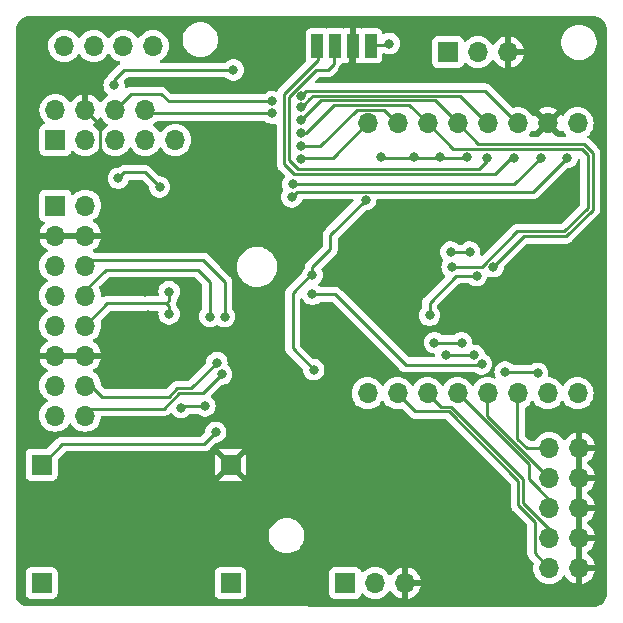
<source format=gbr>
%TF.GenerationSoftware,KiCad,Pcbnew,8.0.1*%
%TF.CreationDate,2024-04-28T21:45:25+02:00*%
%TF.ProjectId,EHealth_PCB,45486561-6c74-4685-9f50-43422e6b6963,rev?*%
%TF.SameCoordinates,Original*%
%TF.FileFunction,Copper,L2,Bot*%
%TF.FilePolarity,Positive*%
%FSLAX46Y46*%
G04 Gerber Fmt 4.6, Leading zero omitted, Abs format (unit mm)*
G04 Created by KiCad (PCBNEW 8.0.1) date 2024-04-28 21:45:25*
%MOMM*%
%LPD*%
G01*
G04 APERTURE LIST*
%TA.AperFunction,ComponentPad*%
%ADD10O,1.700000X1.700000*%
%TD*%
%TA.AperFunction,ComponentPad*%
%ADD11R,1.700000X1.700000*%
%TD*%
%TA.AperFunction,SMDPad,CuDef*%
%ADD12R,1.000000X2.000000*%
%TD*%
%TA.AperFunction,ViaPad*%
%ADD13C,0.800000*%
%TD*%
%TA.AperFunction,Conductor*%
%ADD14C,0.250000*%
%TD*%
G04 APERTURE END LIST*
D10*
%TO.P,J1,1,Pin_1*%
%TO.N,GND*%
X226275000Y-102990000D03*
%TO.P,J1,2,Pin_2*%
%TO.N,Net-(J1-Pin_2)*%
X223735000Y-102990000D03*
%TO.P,J1,3,Pin_3*%
%TO.N,GND*%
X226275000Y-100450000D03*
%TO.P,J1,4,Pin_4*%
%TO.N,Net-(J1-Pin_4)*%
X223735000Y-100450000D03*
%TO.P,J1,5,Pin_5*%
%TO.N,GND*%
X226275000Y-97910000D03*
%TO.P,J1,6,Pin_6*%
%TO.N,Net-(J1-Pin_6)*%
X223735000Y-97910000D03*
%TO.P,J1,7,Pin_7*%
%TO.N,GND*%
X226275000Y-95370000D03*
%TO.P,J1,8,Pin_8*%
%TO.N,Net-(J1-Pin_8)*%
X223735000Y-95370000D03*
%TO.P,J1,9,Pin_9*%
%TO.N,GND*%
X226275000Y-92830000D03*
%TO.P,J1,10,Pin_10*%
%TO.N,Net-(J1-Pin_10)*%
X223735000Y-92830000D03*
%TD*%
D11*
%TO.P,U2,1,-Vin*%
%TO.N,GND_12V*%
X180750000Y-94250000D03*
%TO.P,U2,2,+Vin*%
%TO.N,Net-(T1-S)*%
X180750000Y-104250000D03*
%TO.P,U2,3,-Vout*%
%TO.N,GND*%
X196750000Y-94250000D03*
%TO.P,U2,4,+Vout*%
%TO.N,VDD*%
X196750000Y-104250000D03*
%TD*%
%TO.P,J4-OffTheShelf-Digital1,1,Pin_1*%
%TO.N,/A5*%
X181920000Y-66750000D03*
D10*
%TO.P,J4-OffTheShelf-Digital1,2,Pin_2*%
%TO.N,+3.3V*%
X181920000Y-64210000D03*
%TO.P,J4-OffTheShelf-Digital1,3,Pin_3*%
%TO.N,/SPI_CS*%
X184460000Y-66750000D03*
%TO.P,J4-OffTheShelf-Digital1,4,Pin_4*%
%TO.N,GND*%
X184460000Y-64210000D03*
%TO.P,J4-OffTheShelf-Digital1,5,Pin_5*%
%TO.N,/GPIO4_LED*%
X187000000Y-66750000D03*
%TO.P,J4-OffTheShelf-Digital1,6,Pin_6*%
%TO.N,/SDA*%
X187000000Y-64210000D03*
%TO.P,J4-OffTheShelf-Digital1,7,Pin_7*%
%TO.N,/GPIO20_RX*%
X189540000Y-66750000D03*
%TO.P,J4-OffTheShelf-Digital1,8,Pin_8*%
%TO.N,/SCL*%
X189540000Y-64210000D03*
%TO.P,J4-OffTheShelf-Digital1,9,Pin_9*%
%TO.N,/GPIO21_TX*%
X192080000Y-66750000D03*
%TD*%
%TO.P,MagneticInterconnect,1,Pin_1*%
%TO.N,VDD_12V*%
X182670000Y-58790000D03*
%TO.P,MagneticInterconnect,2,Pin_2*%
%TO.N,GND_12V*%
X185170000Y-58790000D03*
%TO.P,MagneticInterconnect,3,Pin_3*%
%TO.N,Net-(D2-A2)*%
X187670000Y-58790000D03*
%TO.P,MagneticInterconnect,4,Pin_4*%
%TO.N,Net-(D1-A2)*%
X190170000Y-58790000D03*
%TD*%
D11*
%TO.P,Power,1,Pin_1*%
%TO.N,VDD*%
X206460000Y-104250000D03*
D10*
%TO.P,Power,2,Pin_2*%
%TO.N,+3.3V*%
X209000000Y-104250000D03*
%TO.P,Power,3,Pin_3*%
%TO.N,GND*%
X211540000Y-104250000D03*
%TD*%
D11*
%TO.P,J4,1,Pin_1*%
%TO.N,+3.3V*%
X181910000Y-72320000D03*
D10*
%TO.P,J4,2,Pin_2*%
X184450000Y-72320000D03*
%TO.P,J4,3,Pin_3*%
%TO.N,GND*%
X181910000Y-74860000D03*
%TO.P,J4,4,Pin_4*%
X184450000Y-74860000D03*
%TO.P,J4,5,Pin_5*%
%TO.N,Net-(D3-A2)*%
X181910000Y-77400000D03*
%TO.P,J4,6,Pin_6*%
%TO.N,Net-(J4-Pin_6)*%
X184450000Y-77400000D03*
%TO.P,J4,7,Pin_7*%
%TO.N,Net-(D4-A2)*%
X181910000Y-79940000D03*
%TO.P,J4,8,Pin_8*%
%TO.N,Net-(J4-Pin_8)*%
X184450000Y-79940000D03*
%TO.P,J4,9,Pin_9*%
%TO.N,+3.3V*%
X181910000Y-82480000D03*
%TO.P,J4,10,Pin_10*%
X184450000Y-82480000D03*
%TO.P,J4,11,Pin_11*%
%TO.N,GND*%
X181910000Y-85020000D03*
%TO.P,J4,12,Pin_12*%
X184450000Y-85020000D03*
%TO.P,J4,13,Pin_13*%
%TO.N,Net-(D6-A2)*%
X181910000Y-87560000D03*
%TO.P,J4,14,Pin_14*%
%TO.N,Net-(J4-Pin_14)*%
X184450000Y-87560000D03*
%TO.P,J4,15,Pin_15*%
%TO.N,Net-(D5-A2)*%
X181910000Y-90100000D03*
%TO.P,J4,16,Pin_16*%
%TO.N,Net-(J4-Pin_16)*%
X184450000Y-90100000D03*
%TD*%
%TO.P,LOLIN_C3_PICO1,1,VIN*%
%TO.N,VDD*%
X226131923Y-65341844D03*
%TO.P,LOLIN_C3_PICO1,2,GND*%
%TO.N,GND*%
X223591923Y-65341844D03*
%TO.P,LOLIN_C3_PICO1,3,6*%
%TO.N,/SPI_CS*%
X221051923Y-65341844D03*
%TO.P,LOLIN_C3_PICO1,4,7_-_RGB_LED*%
%TO.N,/GPIO4_LED*%
X218511923Y-65341844D03*
%TO.P,LOLIN_C3_PICO1,5,8_-_SDA*%
%TO.N,/SDA*%
X215971923Y-65341844D03*
%TO.P,LOLIN_C3_PICO1,6,10_-_SCL*%
%TO.N,/SCL*%
X213431923Y-65341844D03*
%TO.P,LOLIN_C3_PICO1,7,20_-_RX*%
%TO.N,/GPIO20_RX*%
X210891923Y-65341844D03*
%TO.P,LOLIN_C3_PICO1,8,21_-_TX*%
%TO.N,/GPIO21_TX*%
X208351923Y-65341844D03*
%TO.P,LOLIN_C3_PICO1,9,EN_-_RST*%
%TO.N,unconnected-(LOLIN_C3_PICO1-EN_-_RST-Pad9)*%
X208351923Y-88201844D03*
%TO.P,LOLIN_C3_PICO1,10,3_-_A3_-_VBAT*%
%TO.N,Net-(J1-Pin_2)*%
X210891923Y-88201844D03*
%TO.P,LOLIN_C3_PICO1,11,2_-_A2*%
%TO.N,Net-(J1-Pin_4)*%
X213431923Y-88201844D03*
%TO.P,LOLIN_C3_PICO1,12,1_-_A1_-_SCK*%
%TO.N,Net-(J1-Pin_6)*%
X215971923Y-88201844D03*
%TO.P,LOLIN_C3_PICO1,13,0_-_A0_-_MISO*%
%TO.N,Net-(J1-Pin_8)*%
X218511923Y-88201844D03*
%TO.P,LOLIN_C3_PICO1,14,4_-_A4_-_MOSI*%
%TO.N,Net-(J1-Pin_10)*%
X221051923Y-88201844D03*
%TO.P,LOLIN_C3_PICO1,15,5_-_A5*%
%TO.N,/A5*%
X223591923Y-88201844D03*
%TO.P,LOLIN_C3_PICO1,16,3.3V*%
%TO.N,+3.3V*%
X226131923Y-88201844D03*
%TD*%
D11*
%TO.P,Power,1,Pin_1*%
%TO.N,VDD*%
X215144817Y-59324976D03*
D10*
%TO.P,Power,2,Pin_2*%
%TO.N,+3.3V*%
X217684817Y-59324976D03*
%TO.P,Power,3,Pin_3*%
%TO.N,GND*%
X220224817Y-59324976D03*
%TD*%
D12*
%TO.P,J2,1,Pin_1*%
%TO.N,+3.3V*%
X208602635Y-58775367D03*
%TO.P,J2,2,Pin_2*%
%TO.N,GND*%
X207102635Y-58775367D03*
%TO.P,J2,3,Pin_3*%
%TO.N,Net-(J2-Pin_3)*%
X205602635Y-58775367D03*
%TO.P,J2,4,Pin_4*%
%TO.N,Net-(J2-Pin_4)*%
X204102635Y-58775367D03*
%TD*%
D13*
%TO.N,GND*%
X198132130Y-68029602D03*
X221750000Y-83000000D03*
X210200000Y-60834288D03*
X200250000Y-60834288D03*
X206250000Y-60750000D03*
X188750000Y-70750000D03*
X205800000Y-97200000D03*
X190189900Y-90750000D03*
X189800000Y-81600000D03*
X189550000Y-79600000D03*
X225056968Y-61235983D03*
%TO.N,+3.3V*%
X187250000Y-70000000D03*
X203800000Y-86200000D03*
X210200000Y-58600000D03*
X192558863Y-89411344D03*
X208200000Y-71800000D03*
X203677400Y-78200000D03*
X216750000Y-68232200D03*
X209500000Y-68232200D03*
X222750000Y-86500000D03*
X190750000Y-70750000D03*
X220000000Y-86400000D03*
X214500000Y-68232200D03*
X194589361Y-89291487D03*
X191550000Y-79600000D03*
X212250000Y-68232200D03*
X186886443Y-62124779D03*
X197000000Y-60834288D03*
X191550000Y-81500000D03*
%TO.N,/SDA*%
X215398582Y-76246671D03*
X219000000Y-77500000D03*
X200250000Y-63500000D03*
X217002400Y-76246671D03*
X202750000Y-65064302D03*
%TO.N,/SCL*%
X200250000Y-64500000D03*
X202750000Y-66176201D03*
X215500000Y-77500000D03*
%TO.N,/SPI_CS*%
X202750000Y-63000000D03*
%TO.N,/GPIO4_LED*%
X202750000Y-63952403D03*
%TO.N,/GPIO20_RX*%
X202750000Y-67288100D03*
%TO.N,/GPIO21_TX*%
X202750000Y-68400000D03*
%TO.N,/A5*%
X218000000Y-85722600D03*
X203677400Y-79822600D03*
%TO.N,GND_12V*%
X195500000Y-91500000D03*
%TO.N,Net-(J4-Pin_6)*%
X196250000Y-81707200D03*
%TO.N,Net-(J4-Pin_14)*%
X195600000Y-85600000D03*
X215000000Y-85000000D03*
X217391584Y-84989865D03*
%TO.N,Net-(J4-Pin_16)*%
X196000000Y-86600000D03*
%TO.N,Net-(J4-Pin_8)*%
X195000000Y-81707200D03*
%TO.N,Net-(U1-SC0)*%
X213600000Y-81600000D03*
X217577551Y-78250000D03*
%TO.N,Net-(J2-Pin_4)*%
X220750000Y-68250000D03*
%TO.N,Net-(J2-Pin_3)*%
X218500000Y-68250000D03*
%TO.N,Net-(U1-SC2)*%
X214000000Y-83920200D03*
X216321005Y-83921005D03*
%TO.N,/SDA_mult*%
X225250000Y-68250000D03*
X201939468Y-71580825D03*
%TO.N,/SCL_mult*%
X223000000Y-68250000D03*
X202000000Y-70500000D03*
%TD*%
D14*
%TO.N,GND*%
X184460000Y-64210000D02*
X185733514Y-65483514D01*
X185733514Y-65483514D02*
X185733514Y-68531198D01*
X206888572Y-60111428D02*
X206250000Y-60750000D01*
X206888572Y-58741484D02*
X206888572Y-60111428D01*
X188750000Y-70750000D02*
X188837096Y-70750000D01*
%TO.N,+3.3V*%
X203677400Y-78022600D02*
X203677400Y-77522600D01*
X197000000Y-60834288D02*
X187750000Y-60834288D01*
X191550000Y-80850000D02*
X191300000Y-80600000D01*
X210058516Y-58741484D02*
X210200000Y-58600000D01*
X202000000Y-84400000D02*
X202000000Y-79700000D01*
X192678720Y-89291487D02*
X194589361Y-89291487D01*
X216750000Y-68000000D02*
X216500000Y-68250000D01*
X186886443Y-62124779D02*
X186886443Y-61697845D01*
X216500000Y-68250000D02*
X209517800Y-68250000D01*
X191300000Y-80600000D02*
X191550000Y-80350000D01*
X205200000Y-76000000D02*
X205200000Y-74800000D01*
X203800000Y-86200000D02*
X202000000Y-84400000D01*
X189500000Y-69500000D02*
X190750000Y-70750000D01*
X191550000Y-80350000D02*
X191550000Y-79600000D01*
X184705724Y-82250000D02*
X184455724Y-82000000D01*
X186330000Y-80600000D02*
X184450000Y-82480000D01*
X222650000Y-86400000D02*
X220000000Y-86400000D01*
X186886443Y-61697845D02*
X187750000Y-60834288D01*
X202000000Y-79700000D02*
X203677400Y-78022600D01*
X191300000Y-80600000D02*
X186330000Y-80600000D01*
X208270000Y-58741484D02*
X210058516Y-58741484D01*
X210050000Y-58750000D02*
X210200000Y-58600000D01*
X187250000Y-70000000D02*
X187750000Y-69500000D01*
X203677400Y-77522600D02*
X205200000Y-76000000D01*
X191550000Y-81500000D02*
X191550000Y-80850000D01*
X222750000Y-86500000D02*
X222650000Y-86400000D01*
X187750000Y-69500000D02*
X189500000Y-69500000D01*
X209517800Y-68250000D02*
X209500000Y-68232200D01*
X192558863Y-89411344D02*
X192678720Y-89291487D01*
X205200000Y-74800000D02*
X208200000Y-71800000D01*
%TO.N,/SDA*%
X225166680Y-74902400D02*
X227402400Y-72666680D01*
X219000000Y-77500000D02*
X221597600Y-74902400D01*
X221597600Y-74902400D02*
X225166680Y-74902400D01*
X190896742Y-62896742D02*
X188313258Y-62896742D01*
X215971923Y-65341844D02*
X214037879Y-63407800D01*
X214037879Y-63407800D02*
X204406502Y-63407800D01*
X191500000Y-63500000D02*
X190896742Y-62896742D01*
X200000000Y-63500000D02*
X191500000Y-63500000D01*
X188313258Y-62896742D02*
X187000000Y-64210000D01*
X227402400Y-67833320D02*
X226666680Y-67097600D01*
X227402400Y-72666680D02*
X227402400Y-67833320D01*
X217727679Y-67097600D02*
X215971923Y-65341844D01*
X204406502Y-63407800D02*
X202750000Y-65064302D01*
X217002400Y-76246671D02*
X215398582Y-76246671D01*
X226666680Y-67097600D02*
X217727679Y-67097600D01*
%TO.N,/SCL*%
X211900279Y-63810200D02*
X205489425Y-63810200D01*
X225000000Y-74500000D02*
X227000000Y-72500000D01*
X200000000Y-64500000D02*
X189830000Y-64500000D01*
X215500000Y-77500000D02*
X218000000Y-77500000D01*
X227000000Y-68000000D02*
X226500000Y-67500000D01*
X203123424Y-66176201D02*
X202750000Y-66176201D01*
X221000000Y-74500000D02*
X225000000Y-74500000D01*
X205489425Y-63810200D02*
X203123424Y-66176201D01*
X227000000Y-72500000D02*
X227000000Y-68000000D01*
X215590079Y-67500000D02*
X213431923Y-65341844D01*
X189830000Y-64500000D02*
X189540000Y-64210000D01*
X218000000Y-77500000D02*
X221000000Y-74500000D01*
X213431923Y-65341844D02*
X211900279Y-63810200D01*
X226500000Y-67500000D02*
X215590079Y-67500000D01*
%TO.N,/SPI_CS*%
X203152400Y-62597600D02*
X218297600Y-62597600D01*
X202750000Y-63000000D02*
X203152400Y-62597600D01*
X218297600Y-62597600D02*
X221040000Y-65340000D01*
%TO.N,/GPIO4_LED*%
X203030589Y-63677400D02*
X203427400Y-63280589D01*
X203025003Y-63677400D02*
X203030589Y-63677400D01*
X216160000Y-63000000D02*
X218500000Y-65340000D01*
X203427400Y-63275003D02*
X203702403Y-63000000D01*
X202750000Y-63952403D02*
X203025003Y-63677400D01*
X203427400Y-63280589D02*
X203427400Y-63275003D01*
X203702403Y-63000000D02*
X216160000Y-63000000D01*
%TO.N,/GPIO20_RX*%
X207440500Y-64212600D02*
X209752600Y-64212600D01*
X202750000Y-67288100D02*
X204365000Y-67288100D01*
X204365000Y-67288100D02*
X207440500Y-64212600D01*
X209752600Y-64212600D02*
X210880000Y-65340000D01*
%TO.N,/GPIO21_TX*%
X202900000Y-68250000D02*
X205430000Y-68250000D01*
X202750000Y-68400000D02*
X202900000Y-68250000D01*
X205430000Y-68250000D02*
X208340000Y-65340000D01*
%TO.N,Net-(J1-Pin_4)*%
X221500000Y-95430920D02*
X215396480Y-89327400D01*
X221500000Y-97500000D02*
X221500000Y-95430920D01*
X214547400Y-89327400D02*
X213420000Y-88200000D01*
X223735000Y-100450000D02*
X223735000Y-99735000D01*
X223735000Y-99735000D02*
X221500000Y-97500000D01*
X215396480Y-89327400D02*
X214547400Y-89327400D01*
%TO.N,Net-(J1-Pin_2)*%
X222500000Y-101755000D02*
X222500000Y-99069080D01*
X223735000Y-102990000D02*
X222500000Y-101755000D01*
X222500000Y-99069080D02*
X221097600Y-97666680D01*
X215229800Y-89729800D02*
X212409800Y-89729800D01*
X221097600Y-95597600D02*
X215229800Y-89729800D01*
X212409800Y-89729800D02*
X210880000Y-88200000D01*
X221097600Y-97666680D02*
X221097600Y-95597600D01*
%TO.N,Net-(J1-Pin_10)*%
X223735000Y-92830000D02*
X221830000Y-92830000D01*
X221830000Y-92830000D02*
X221040000Y-92040000D01*
X221040000Y-92040000D02*
X221040000Y-88200000D01*
%TO.N,Net-(J1-Pin_6)*%
X222000000Y-94204080D02*
X215995920Y-88200000D01*
X223735000Y-97235000D02*
X222750000Y-96250000D01*
X215995920Y-88200000D02*
X215960000Y-88200000D01*
X223735000Y-97910000D02*
X223735000Y-97235000D01*
X222750000Y-96250000D02*
X222750000Y-96239692D01*
X222000000Y-95489692D02*
X222000000Y-94204080D01*
X222750000Y-96239692D02*
X222000000Y-95489692D01*
%TO.N,Net-(J1-Pin_8)*%
X223735000Y-95370000D02*
X218500000Y-90135000D01*
X218500000Y-90135000D02*
X218500000Y-88200000D01*
%TO.N,/A5*%
X205622600Y-79822600D02*
X211600000Y-85800000D01*
X211600000Y-85800000D02*
X217922600Y-85800000D01*
X217922600Y-85800000D02*
X218000000Y-85722600D01*
X203677400Y-79822600D02*
X205622600Y-79822600D01*
%TO.N,GND_12V*%
X184448606Y-58801394D02*
X185048979Y-58801394D01*
X195500000Y-91500000D02*
X194500000Y-92500000D01*
X182500000Y-92500000D02*
X180750000Y-94250000D01*
X194500000Y-92500000D02*
X182500000Y-92500000D01*
%TO.N,Net-(J4-Pin_6)*%
X194420000Y-76920000D02*
X184455724Y-76920000D01*
X196250000Y-78750000D02*
X194420000Y-76920000D01*
X196250000Y-81707200D02*
X196250000Y-78750000D01*
%TO.N,Net-(J4-Pin_14)*%
X193402400Y-87797600D02*
X195600000Y-85600000D01*
X215000000Y-85000000D02*
X215010135Y-84989865D01*
X191530920Y-88500000D02*
X192233320Y-87797600D01*
X215010135Y-84989865D02*
X217391584Y-84989865D01*
X184455724Y-87080000D02*
X185875724Y-88500000D01*
X185875724Y-88500000D02*
X191530920Y-88500000D01*
X192233320Y-87797600D02*
X193402400Y-87797600D01*
%TO.N,Net-(J4-Pin_16)*%
X194400000Y-88200000D02*
X192400000Y-88200000D01*
X191106384Y-89493616D02*
X184582108Y-89493616D01*
X184582108Y-89493616D02*
X184455724Y-89620000D01*
X196000000Y-86600000D02*
X194400000Y-88200000D01*
X192400000Y-88200000D02*
X191106384Y-89493616D01*
%TO.N,Net-(J4-Pin_8)*%
X195000000Y-78750000D02*
X195000000Y-81500000D01*
X186165724Y-77750000D02*
X194000000Y-77750000D01*
X194000000Y-77750000D02*
X195000000Y-78750000D01*
X184455724Y-79460000D02*
X186165724Y-77750000D01*
%TO.N,Net-(U1-SC0)*%
X215878152Y-78250000D02*
X213600000Y-80528152D01*
X213600000Y-80528152D02*
X213600000Y-81600000D01*
X217577551Y-78250000D02*
X215878152Y-78250000D01*
%TO.N,Net-(J2-Pin_4)*%
X220500000Y-68250000D02*
X219152400Y-69597600D01*
X201282200Y-62835000D02*
X204125716Y-59991484D01*
X204125716Y-59991484D02*
X204125716Y-58741484D01*
X219152400Y-69597600D02*
X202097600Y-69597600D01*
X201282200Y-68782200D02*
X201282200Y-62835000D01*
X202097600Y-69597600D02*
X201282200Y-68782200D01*
%TO.N,Net-(J2-Pin_3)*%
X201684600Y-68434600D02*
X201684600Y-63107411D01*
X201684600Y-63107411D02*
X203992011Y-60800000D01*
X218500000Y-68250000D02*
X218500000Y-68500000D01*
X217804800Y-69195200D02*
X202445200Y-69195200D01*
X205507144Y-60292856D02*
X205507144Y-58741484D01*
X205000000Y-60800000D02*
X205507144Y-60292856D01*
X218500000Y-68500000D02*
X217804800Y-69195200D01*
X203992011Y-60800000D02*
X205000000Y-60800000D01*
X202445200Y-69195200D02*
X201684600Y-68434600D01*
%TO.N,Net-(U1-SC2)*%
X216320200Y-83920200D02*
X216321005Y-83921005D01*
X214000000Y-83920200D02*
X216320200Y-83920200D01*
%TO.N,/SDA_mult*%
X202397693Y-71122600D02*
X222377400Y-71122600D01*
X222377400Y-71122600D02*
X225250000Y-68250000D01*
X201939468Y-71580825D02*
X202397693Y-71122600D01*
%TO.N,/SCL_mult*%
X220750000Y-70500000D02*
X223000000Y-68250000D01*
X202000000Y-70500000D02*
X220750000Y-70500000D01*
%TD*%
%TA.AperFunction,Conductor*%
%TO.N,GND*%
G36*
X226525000Y-102556988D02*
G01*
X226467993Y-102524075D01*
X226340826Y-102490000D01*
X226209174Y-102490000D01*
X226082007Y-102524075D01*
X226025000Y-102556988D01*
X226025000Y-100883012D01*
X226082007Y-100915925D01*
X226209174Y-100950000D01*
X226340826Y-100950000D01*
X226467993Y-100915925D01*
X226525000Y-100883012D01*
X226525000Y-102556988D01*
G37*
%TD.AperFunction*%
%TA.AperFunction,Conductor*%
G36*
X226525000Y-100016988D02*
G01*
X226467993Y-99984075D01*
X226340826Y-99950000D01*
X226209174Y-99950000D01*
X226082007Y-99984075D01*
X226025000Y-100016988D01*
X226025000Y-98343012D01*
X226082007Y-98375925D01*
X226209174Y-98410000D01*
X226340826Y-98410000D01*
X226467993Y-98375925D01*
X226525000Y-98343012D01*
X226525000Y-100016988D01*
G37*
%TD.AperFunction*%
%TA.AperFunction,Conductor*%
G36*
X226525000Y-97476988D02*
G01*
X226467993Y-97444075D01*
X226340826Y-97410000D01*
X226209174Y-97410000D01*
X226082007Y-97444075D01*
X226025000Y-97476988D01*
X226025000Y-95803012D01*
X226082007Y-95835925D01*
X226209174Y-95870000D01*
X226340826Y-95870000D01*
X226467993Y-95835925D01*
X226525000Y-95803012D01*
X226525000Y-97476988D01*
G37*
%TD.AperFunction*%
%TA.AperFunction,Conductor*%
G36*
X226525000Y-94936988D02*
G01*
X226467993Y-94904075D01*
X226340826Y-94870000D01*
X226209174Y-94870000D01*
X226082007Y-94904075D01*
X226025000Y-94936988D01*
X226025000Y-93263012D01*
X226082007Y-93295925D01*
X226209174Y-93330000D01*
X226340826Y-93330000D01*
X226467993Y-93295925D01*
X226525000Y-93263012D01*
X226525000Y-94936988D01*
G37*
%TD.AperFunction*%
%TA.AperFunction,Conductor*%
G36*
X183984075Y-84827007D02*
G01*
X183950000Y-84954174D01*
X183950000Y-85085826D01*
X183984075Y-85212993D01*
X184016988Y-85270000D01*
X182343012Y-85270000D01*
X182375925Y-85212993D01*
X182410000Y-85085826D01*
X182410000Y-84954174D01*
X182375925Y-84827007D01*
X182343012Y-84770000D01*
X184016988Y-84770000D01*
X183984075Y-84827007D01*
G37*
%TD.AperFunction*%
%TA.AperFunction,Conductor*%
G36*
X183984075Y-74667007D02*
G01*
X183950000Y-74794174D01*
X183950000Y-74925826D01*
X183984075Y-75052993D01*
X184016988Y-75110000D01*
X182343012Y-75110000D01*
X182375925Y-75052993D01*
X182410000Y-74925826D01*
X182410000Y-74794174D01*
X182375925Y-74667007D01*
X182343012Y-74610000D01*
X184016988Y-74610000D01*
X183984075Y-74667007D01*
G37*
%TD.AperFunction*%
%TA.AperFunction,Conductor*%
G36*
X223125998Y-65534837D02*
G01*
X223191824Y-65648851D01*
X223284916Y-65741943D01*
X223398930Y-65807769D01*
X223462513Y-65824806D01*
X222851537Y-66435781D01*
X222790214Y-66469266D01*
X222763856Y-66472100D01*
X222130925Y-66472100D01*
X222063886Y-66452415D01*
X222018131Y-66399611D01*
X222008187Y-66330453D01*
X222037212Y-66266897D01*
X222043244Y-66260419D01*
X222090418Y-66213245D01*
X222220655Y-66027247D01*
X222275230Y-65983624D01*
X222344728Y-65976430D01*
X222407083Y-66007953D01*
X222423803Y-66027249D01*
X222476996Y-66103217D01*
X223108960Y-65471253D01*
X223125998Y-65534837D01*
G37*
%TD.AperFunction*%
%TA.AperFunction,Conductor*%
G36*
X224706848Y-66103217D02*
G01*
X224760042Y-66027249D01*
X224814619Y-65983625D01*
X224884118Y-65976432D01*
X224946472Y-66007954D01*
X224963192Y-66027249D01*
X225093428Y-66213245D01*
X225093429Y-66213246D01*
X225140602Y-66260419D01*
X225174087Y-66321742D01*
X225169103Y-66391434D01*
X225127231Y-66447367D01*
X225061767Y-66471784D01*
X225052921Y-66472100D01*
X224419988Y-66472100D01*
X224352949Y-66452415D01*
X224332307Y-66435781D01*
X223721332Y-65824806D01*
X223784916Y-65807769D01*
X223898930Y-65741943D01*
X223992022Y-65648851D01*
X224057848Y-65534837D01*
X224074885Y-65471254D01*
X224706848Y-66103217D01*
G37*
%TD.AperFunction*%
%TA.AperFunction,Conductor*%
G36*
X185814549Y-64876110D02*
G01*
X185831269Y-64895405D01*
X185961505Y-65081401D01*
X185961506Y-65081402D01*
X186128597Y-65248493D01*
X186128603Y-65248498D01*
X186314158Y-65378425D01*
X186357783Y-65433002D01*
X186364977Y-65502500D01*
X186333454Y-65564855D01*
X186314158Y-65581575D01*
X186128597Y-65711505D01*
X185961505Y-65878597D01*
X185831575Y-66064158D01*
X185776998Y-66107783D01*
X185707500Y-66114977D01*
X185645145Y-66083454D01*
X185628425Y-66064158D01*
X185498494Y-65878597D01*
X185331402Y-65711506D01*
X185331401Y-65711505D01*
X185145405Y-65581269D01*
X185101781Y-65526692D01*
X185094588Y-65457193D01*
X185126110Y-65394839D01*
X185145405Y-65378119D01*
X185331082Y-65248105D01*
X185498105Y-65081082D01*
X185628119Y-64895405D01*
X185682696Y-64851781D01*
X185752195Y-64844588D01*
X185814549Y-64876110D01*
G37*
%TD.AperFunction*%
%TA.AperFunction,Conductor*%
G36*
X227534709Y-56286437D02*
G01*
X227540611Y-56286581D01*
X227627347Y-56288706D01*
X227648492Y-56291051D01*
X227831651Y-56327484D01*
X227854899Y-56334535D01*
X228026023Y-56405417D01*
X228047455Y-56416873D01*
X228194493Y-56515121D01*
X228201454Y-56519772D01*
X228220244Y-56535193D01*
X228351206Y-56666155D01*
X228366627Y-56684945D01*
X228469524Y-56838941D01*
X228480983Y-56860379D01*
X228537751Y-56997430D01*
X228551861Y-57031493D01*
X228558917Y-57054755D01*
X228595347Y-57237902D01*
X228597693Y-57259055D01*
X228599963Y-57351690D01*
X228600000Y-57354725D01*
X228600622Y-80986975D01*
X228600290Y-80996052D01*
X228600000Y-81000004D01*
X228600000Y-105295489D01*
X228599968Y-105298306D01*
X228599216Y-105331395D01*
X228596938Y-105352402D01*
X228562563Y-105527986D01*
X228555720Y-105550918D01*
X228488790Y-105715317D01*
X228477669Y-105736510D01*
X228380406Y-105884985D01*
X228365421Y-105903645D01*
X228241445Y-106030673D01*
X228223155Y-106046106D01*
X228077085Y-106146954D01*
X228056169Y-106158588D01*
X227893450Y-106229494D01*
X227870690Y-106236893D01*
X227722093Y-106269755D01*
X227695192Y-106272680D01*
X179306060Y-106223503D01*
X179259433Y-106214351D01*
X179129323Y-106161385D01*
X179108131Y-106150265D01*
X178959656Y-106053009D01*
X178940995Y-106038025D01*
X178813964Y-105914055D01*
X178798530Y-105895765D01*
X178697683Y-105749706D01*
X178686051Y-105728794D01*
X178623126Y-105584405D01*
X178612800Y-105534866D01*
X178612800Y-105147870D01*
X179399500Y-105147870D01*
X179399501Y-105147876D01*
X179405908Y-105207483D01*
X179456202Y-105342328D01*
X179456206Y-105342335D01*
X179542452Y-105457544D01*
X179542455Y-105457547D01*
X179657664Y-105543793D01*
X179657671Y-105543797D01*
X179792517Y-105594091D01*
X179792516Y-105594091D01*
X179799444Y-105594835D01*
X179852127Y-105600500D01*
X181647872Y-105600499D01*
X181707483Y-105594091D01*
X181842331Y-105543796D01*
X181957546Y-105457546D01*
X182043796Y-105342331D01*
X182094091Y-105207483D01*
X182100500Y-105147873D01*
X182100500Y-105147870D01*
X195399500Y-105147870D01*
X195399501Y-105147876D01*
X195405908Y-105207483D01*
X195456202Y-105342328D01*
X195456206Y-105342335D01*
X195542452Y-105457544D01*
X195542455Y-105457547D01*
X195657664Y-105543793D01*
X195657671Y-105543797D01*
X195792517Y-105594091D01*
X195792516Y-105594091D01*
X195799444Y-105594835D01*
X195852127Y-105600500D01*
X197647872Y-105600499D01*
X197707483Y-105594091D01*
X197842331Y-105543796D01*
X197957546Y-105457546D01*
X198043796Y-105342331D01*
X198094091Y-105207483D01*
X198100500Y-105147873D01*
X198100500Y-105147870D01*
X205109500Y-105147870D01*
X205109501Y-105147876D01*
X205115908Y-105207483D01*
X205166202Y-105342328D01*
X205166206Y-105342335D01*
X205252452Y-105457544D01*
X205252455Y-105457547D01*
X205367664Y-105543793D01*
X205367671Y-105543797D01*
X205502517Y-105594091D01*
X205502516Y-105594091D01*
X205509444Y-105594835D01*
X205562127Y-105600500D01*
X207357872Y-105600499D01*
X207417483Y-105594091D01*
X207552331Y-105543796D01*
X207667546Y-105457546D01*
X207753796Y-105342331D01*
X207802810Y-105210916D01*
X207844681Y-105154984D01*
X207910145Y-105130566D01*
X207978418Y-105145417D01*
X208006673Y-105166569D01*
X208128599Y-105288495D01*
X208219868Y-105352402D01*
X208322165Y-105424032D01*
X208322167Y-105424033D01*
X208322170Y-105424035D01*
X208536337Y-105523903D01*
X208764592Y-105585063D01*
X208941034Y-105600500D01*
X208999999Y-105605659D01*
X209000000Y-105605659D01*
X209000001Y-105605659D01*
X209058966Y-105600500D01*
X209235408Y-105585063D01*
X209463663Y-105523903D01*
X209677830Y-105424035D01*
X209871401Y-105288495D01*
X210038495Y-105121401D01*
X210168730Y-104935405D01*
X210223307Y-104891781D01*
X210292805Y-104884587D01*
X210355160Y-104916110D01*
X210371879Y-104935405D01*
X210501890Y-105121078D01*
X210668917Y-105288105D01*
X210862421Y-105423600D01*
X211076507Y-105523429D01*
X211076516Y-105523433D01*
X211290000Y-105580634D01*
X211290000Y-104683012D01*
X211347007Y-104715925D01*
X211474174Y-104750000D01*
X211605826Y-104750000D01*
X211732993Y-104715925D01*
X211790000Y-104683012D01*
X211790000Y-105580633D01*
X212003483Y-105523433D01*
X212003492Y-105523429D01*
X212217578Y-105423600D01*
X212411082Y-105288105D01*
X212578105Y-105121082D01*
X212713600Y-104927578D01*
X212813429Y-104713492D01*
X212813432Y-104713486D01*
X212870636Y-104500000D01*
X211973012Y-104500000D01*
X212005925Y-104442993D01*
X212040000Y-104315826D01*
X212040000Y-104184174D01*
X212005925Y-104057007D01*
X211973012Y-104000000D01*
X212870636Y-104000000D01*
X212870635Y-103999999D01*
X212813432Y-103786513D01*
X212813429Y-103786507D01*
X212713600Y-103572422D01*
X212713599Y-103572420D01*
X212578113Y-103378926D01*
X212578108Y-103378920D01*
X212411082Y-103211894D01*
X212217578Y-103076399D01*
X212003492Y-102976570D01*
X212003486Y-102976567D01*
X211790000Y-102919364D01*
X211790000Y-103816988D01*
X211732993Y-103784075D01*
X211605826Y-103750000D01*
X211474174Y-103750000D01*
X211347007Y-103784075D01*
X211290000Y-103816988D01*
X211290000Y-102919364D01*
X211289999Y-102919364D01*
X211076513Y-102976567D01*
X211076507Y-102976570D01*
X210862422Y-103076399D01*
X210862420Y-103076400D01*
X210668926Y-103211886D01*
X210668920Y-103211891D01*
X210501891Y-103378920D01*
X210501890Y-103378922D01*
X210371880Y-103564595D01*
X210317303Y-103608219D01*
X210247804Y-103615412D01*
X210185450Y-103583890D01*
X210168730Y-103564594D01*
X210038494Y-103378597D01*
X209871402Y-103211506D01*
X209871395Y-103211501D01*
X209677834Y-103075967D01*
X209677830Y-103075965D01*
X209634642Y-103055826D01*
X209463663Y-102976097D01*
X209463659Y-102976096D01*
X209463655Y-102976094D01*
X209235413Y-102914938D01*
X209235403Y-102914936D01*
X209000001Y-102894341D01*
X208999999Y-102894341D01*
X208764596Y-102914936D01*
X208764586Y-102914938D01*
X208536344Y-102976094D01*
X208536335Y-102976098D01*
X208322171Y-103075964D01*
X208322169Y-103075965D01*
X208128600Y-103211503D01*
X208006673Y-103333430D01*
X207945350Y-103366914D01*
X207875658Y-103361930D01*
X207819725Y-103320058D01*
X207802810Y-103289081D01*
X207753797Y-103157671D01*
X207753793Y-103157664D01*
X207667547Y-103042455D01*
X207667544Y-103042452D01*
X207552335Y-102956206D01*
X207552328Y-102956202D01*
X207417482Y-102905908D01*
X207417483Y-102905908D01*
X207357883Y-102899501D01*
X207357881Y-102899500D01*
X207357873Y-102899500D01*
X207357864Y-102899500D01*
X205562129Y-102899500D01*
X205562123Y-102899501D01*
X205502516Y-102905908D01*
X205367671Y-102956202D01*
X205367664Y-102956206D01*
X205252455Y-103042452D01*
X205252452Y-103042455D01*
X205166206Y-103157664D01*
X205166202Y-103157671D01*
X205115908Y-103292517D01*
X205111510Y-103333430D01*
X205109501Y-103352123D01*
X205109500Y-103352135D01*
X205109500Y-105147870D01*
X198100500Y-105147870D01*
X198100499Y-103352128D01*
X198094091Y-103292517D01*
X198092809Y-103289081D01*
X198043797Y-103157671D01*
X198043793Y-103157664D01*
X197957547Y-103042455D01*
X197957544Y-103042452D01*
X197842335Y-102956206D01*
X197842328Y-102956202D01*
X197707482Y-102905908D01*
X197707483Y-102905908D01*
X197647883Y-102899501D01*
X197647881Y-102899500D01*
X197647873Y-102899500D01*
X197647864Y-102899500D01*
X195852129Y-102899500D01*
X195852123Y-102899501D01*
X195792516Y-102905908D01*
X195657671Y-102956202D01*
X195657664Y-102956206D01*
X195542455Y-103042452D01*
X195542452Y-103042455D01*
X195456206Y-103157664D01*
X195456202Y-103157671D01*
X195405908Y-103292517D01*
X195401510Y-103333430D01*
X195399501Y-103352123D01*
X195399500Y-103352135D01*
X195399500Y-105147870D01*
X182100500Y-105147870D01*
X182100499Y-103352128D01*
X182094091Y-103292517D01*
X182092809Y-103289081D01*
X182043797Y-103157671D01*
X182043793Y-103157664D01*
X181957547Y-103042455D01*
X181957544Y-103042452D01*
X181842335Y-102956206D01*
X181842328Y-102956202D01*
X181707482Y-102905908D01*
X181707483Y-102905908D01*
X181647883Y-102899501D01*
X181647881Y-102899500D01*
X181647873Y-102899500D01*
X181647864Y-102899500D01*
X179852129Y-102899500D01*
X179852123Y-102899501D01*
X179792516Y-102905908D01*
X179657671Y-102956202D01*
X179657664Y-102956206D01*
X179542455Y-103042452D01*
X179542452Y-103042455D01*
X179456206Y-103157664D01*
X179456202Y-103157671D01*
X179405908Y-103292517D01*
X179401510Y-103333430D01*
X179399501Y-103352123D01*
X179399500Y-103352135D01*
X179399500Y-105147870D01*
X178612800Y-105147870D01*
X178612800Y-100374079D01*
X200002562Y-100374079D01*
X200043408Y-100618862D01*
X200123984Y-100853572D01*
X200123989Y-100853582D01*
X200242094Y-101071822D01*
X200242100Y-101071831D01*
X200394517Y-101267656D01*
X200394520Y-101267660D01*
X200394522Y-101267662D01*
X200394523Y-101267663D01*
X200577102Y-101435739D01*
X200784855Y-101571471D01*
X201012116Y-101671157D01*
X201252685Y-101732077D01*
X201335123Y-101738908D01*
X201499994Y-101752571D01*
X201500000Y-101752571D01*
X201500006Y-101752571D01*
X201648389Y-101740274D01*
X201747315Y-101732077D01*
X201987884Y-101671157D01*
X202215145Y-101571471D01*
X202422898Y-101435739D01*
X202605477Y-101267663D01*
X202757902Y-101071828D01*
X202876014Y-100853576D01*
X202956592Y-100618859D01*
X202997438Y-100374081D01*
X203000000Y-100250000D01*
X202997438Y-100125919D01*
X202956592Y-99881141D01*
X202876014Y-99646424D01*
X202757902Y-99428172D01*
X202744930Y-99411506D01*
X202605482Y-99232343D01*
X202605479Y-99232339D01*
X202573066Y-99202501D01*
X202422898Y-99064261D01*
X202422895Y-99064259D01*
X202215146Y-98928529D01*
X201987884Y-98828843D01*
X201747311Y-98767922D01*
X201500006Y-98747430D01*
X201499994Y-98747430D01*
X201252688Y-98767922D01*
X201012115Y-98828843D01*
X200784853Y-98928529D01*
X200577104Y-99064259D01*
X200577100Y-99064262D01*
X200394520Y-99232339D01*
X200394517Y-99232343D01*
X200242100Y-99428168D01*
X200242094Y-99428177D01*
X200123989Y-99646417D01*
X200123984Y-99646427D01*
X200043408Y-99881137D01*
X200002562Y-100125920D01*
X200002562Y-100374079D01*
X178612800Y-100374079D01*
X178612800Y-95147870D01*
X179399500Y-95147870D01*
X179399501Y-95147876D01*
X179405908Y-95207483D01*
X179456202Y-95342328D01*
X179456206Y-95342335D01*
X179542452Y-95457544D01*
X179542455Y-95457547D01*
X179657664Y-95543793D01*
X179657671Y-95543797D01*
X179792517Y-95594091D01*
X179792516Y-95594091D01*
X179799444Y-95594835D01*
X179852127Y-95600500D01*
X181647872Y-95600499D01*
X181707483Y-95594091D01*
X181842331Y-95543796D01*
X181957546Y-95457546D01*
X182043796Y-95342331D01*
X182094091Y-95207483D01*
X182100500Y-95147873D01*
X182100500Y-95147844D01*
X195400000Y-95147844D01*
X195406401Y-95207373D01*
X195415276Y-95231170D01*
X196267037Y-94379409D01*
X196284075Y-94442993D01*
X196349901Y-94557007D01*
X196442993Y-94650099D01*
X196557007Y-94715925D01*
X196620590Y-94732962D01*
X195768829Y-95584722D01*
X195792623Y-95593597D01*
X195792627Y-95593598D01*
X195852155Y-95599999D01*
X195852172Y-95600000D01*
X197647828Y-95600000D01*
X197647844Y-95599999D01*
X197707375Y-95593598D01*
X197731170Y-95584723D01*
X197731170Y-95584722D01*
X196879409Y-94732962D01*
X196942993Y-94715925D01*
X197057007Y-94650099D01*
X197150099Y-94557007D01*
X197215925Y-94442993D01*
X197232962Y-94379409D01*
X198084722Y-95231170D01*
X198084723Y-95231170D01*
X198093598Y-95207375D01*
X198099999Y-95147844D01*
X198100000Y-95147827D01*
X198100000Y-93352172D01*
X198099999Y-93352155D01*
X198093598Y-93292627D01*
X198093597Y-93292623D01*
X198084722Y-93268829D01*
X197232962Y-94120589D01*
X197215925Y-94057007D01*
X197150099Y-93942993D01*
X197057007Y-93849901D01*
X196942993Y-93784075D01*
X196879410Y-93767037D01*
X197731170Y-92915276D01*
X197707373Y-92906401D01*
X197647844Y-92900000D01*
X195852157Y-92900000D01*
X195792625Y-92906401D01*
X195792615Y-92906404D01*
X195768829Y-92915274D01*
X195768829Y-92915277D01*
X196620590Y-93767037D01*
X196557007Y-93784075D01*
X196442993Y-93849901D01*
X196349901Y-93942993D01*
X196284075Y-94057007D01*
X196267037Y-94120589D01*
X195415277Y-93268829D01*
X195415274Y-93268829D01*
X195406404Y-93292615D01*
X195406401Y-93292625D01*
X195400000Y-93352157D01*
X195400000Y-95147844D01*
X182100500Y-95147844D01*
X182100499Y-93835451D01*
X182120184Y-93768413D01*
X182136818Y-93747771D01*
X182722771Y-93161819D01*
X182784094Y-93128334D01*
X182810452Y-93125500D01*
X194561607Y-93125500D01*
X194622029Y-93113481D01*
X194682452Y-93101463D01*
X194682455Y-93101461D01*
X194682458Y-93101461D01*
X194715787Y-93087654D01*
X194715786Y-93087654D01*
X194715792Y-93087652D01*
X194796286Y-93054312D01*
X194858932Y-93012452D01*
X194898733Y-92985858D01*
X194985858Y-92898733D01*
X194985859Y-92898730D01*
X195447773Y-92436816D01*
X195509095Y-92403334D01*
X195535453Y-92400500D01*
X195594644Y-92400500D01*
X195594646Y-92400500D01*
X195779803Y-92361144D01*
X195952730Y-92284151D01*
X196105871Y-92172888D01*
X196232533Y-92032216D01*
X196327179Y-91868284D01*
X196385674Y-91688256D01*
X196405460Y-91500000D01*
X196385674Y-91311744D01*
X196327179Y-91131716D01*
X196232533Y-90967784D01*
X196105871Y-90827112D01*
X196105870Y-90827111D01*
X195952734Y-90715851D01*
X195952729Y-90715848D01*
X195779807Y-90638857D01*
X195779802Y-90638855D01*
X195634001Y-90607865D01*
X195594646Y-90599500D01*
X195405354Y-90599500D01*
X195372897Y-90606398D01*
X195220197Y-90638855D01*
X195220192Y-90638857D01*
X195047270Y-90715848D01*
X195047265Y-90715851D01*
X194894129Y-90827111D01*
X194767466Y-90967785D01*
X194672821Y-91131715D01*
X194672818Y-91131722D01*
X194626578Y-91274035D01*
X194614326Y-91311744D01*
X194597237Y-91474341D01*
X194596679Y-91479650D01*
X194570094Y-91544264D01*
X194561046Y-91554361D01*
X194277227Y-91838182D01*
X194215907Y-91871666D01*
X194189548Y-91874500D01*
X182438389Y-91874500D01*
X182317553Y-91898535D01*
X182317541Y-91898539D01*
X182285262Y-91911909D01*
X182270397Y-91918067D01*
X182248169Y-91927274D01*
X182203713Y-91945688D01*
X182193557Y-91952475D01*
X182193449Y-91952547D01*
X182101268Y-92014140D01*
X182057705Y-92057703D01*
X182014142Y-92101267D01*
X182014139Y-92101270D01*
X181252227Y-92863181D01*
X181190904Y-92896666D01*
X181164546Y-92899500D01*
X179852129Y-92899500D01*
X179852123Y-92899501D01*
X179792516Y-92905908D01*
X179657671Y-92956202D01*
X179657664Y-92956206D01*
X179542455Y-93042452D01*
X179542452Y-93042455D01*
X179456206Y-93157664D01*
X179456202Y-93157671D01*
X179405908Y-93292517D01*
X179399501Y-93352116D01*
X179399500Y-93352135D01*
X179399500Y-95147870D01*
X178612800Y-95147870D01*
X178612800Y-90100000D01*
X180554341Y-90100000D01*
X180574936Y-90335403D01*
X180574938Y-90335413D01*
X180636094Y-90563655D01*
X180636096Y-90563659D01*
X180636097Y-90563663D01*
X180671161Y-90638857D01*
X180735965Y-90777830D01*
X180735967Y-90777834D01*
X180797386Y-90865548D01*
X180871505Y-90971401D01*
X181038599Y-91138495D01*
X181135384Y-91206265D01*
X181232165Y-91274032D01*
X181232167Y-91274033D01*
X181232170Y-91274035D01*
X181446337Y-91373903D01*
X181674592Y-91435063D01*
X181862918Y-91451539D01*
X181909999Y-91455659D01*
X181910000Y-91455659D01*
X181910001Y-91455659D01*
X181949234Y-91452226D01*
X182145408Y-91435063D01*
X182373663Y-91373903D01*
X182587830Y-91274035D01*
X182781401Y-91138495D01*
X182948495Y-90971401D01*
X183078425Y-90785842D01*
X183133002Y-90742217D01*
X183202500Y-90735023D01*
X183264855Y-90766546D01*
X183281575Y-90785842D01*
X183411500Y-90971395D01*
X183411505Y-90971401D01*
X183578599Y-91138495D01*
X183675384Y-91206265D01*
X183772165Y-91274032D01*
X183772167Y-91274033D01*
X183772170Y-91274035D01*
X183986337Y-91373903D01*
X184214592Y-91435063D01*
X184402918Y-91451539D01*
X184449999Y-91455659D01*
X184450000Y-91455659D01*
X184450001Y-91455659D01*
X184489234Y-91452226D01*
X184685408Y-91435063D01*
X184913663Y-91373903D01*
X185127830Y-91274035D01*
X185321401Y-91138495D01*
X185488495Y-90971401D01*
X185624035Y-90777830D01*
X185723903Y-90563663D01*
X185785063Y-90335408D01*
X185794083Y-90232307D01*
X185819535Y-90167240D01*
X185876126Y-90126261D01*
X185917611Y-90119116D01*
X191167992Y-90119116D01*
X191167992Y-90119115D01*
X191234650Y-90105857D01*
X191288836Y-90095079D01*
X191322176Y-90081268D01*
X191402670Y-90047928D01*
X191472214Y-90001459D01*
X191505117Y-89979474D01*
X191592242Y-89892349D01*
X191592243Y-89892347D01*
X191599309Y-89885281D01*
X191599312Y-89885277D01*
X191607636Y-89876952D01*
X191668957Y-89843469D01*
X191738649Y-89848453D01*
X191794582Y-89890325D01*
X191802699Y-89902630D01*
X191822353Y-89936672D01*
X191826330Y-89943560D01*
X191952992Y-90084232D01*
X192106128Y-90195492D01*
X192106133Y-90195495D01*
X192279055Y-90272486D01*
X192279060Y-90272488D01*
X192464217Y-90311844D01*
X192464218Y-90311844D01*
X192653507Y-90311844D01*
X192653509Y-90311844D01*
X192838666Y-90272488D01*
X193011593Y-90195495D01*
X193164734Y-90084232D01*
X193278381Y-89958015D01*
X193337868Y-89921366D01*
X193370531Y-89916987D01*
X193885613Y-89916987D01*
X193952652Y-89936672D01*
X193977761Y-89958013D01*
X193983487Y-89964372D01*
X193983491Y-89964376D01*
X194136626Y-90075635D01*
X194136631Y-90075638D01*
X194309553Y-90152629D01*
X194309558Y-90152631D01*
X194494715Y-90191987D01*
X194494716Y-90191987D01*
X194684005Y-90191987D01*
X194684007Y-90191987D01*
X194869164Y-90152631D01*
X195042091Y-90075638D01*
X195195232Y-89964375D01*
X195321894Y-89823703D01*
X195416540Y-89659771D01*
X195475035Y-89479743D01*
X195494821Y-89291487D01*
X195475035Y-89103231D01*
X195416540Y-88923203D01*
X195321894Y-88759271D01*
X195195232Y-88618599D01*
X195195231Y-88618598D01*
X195121995Y-88565389D01*
X195079329Y-88510059D01*
X195073350Y-88440446D01*
X195105956Y-88378651D01*
X195107199Y-88377390D01*
X195246756Y-88237834D01*
X195282746Y-88201844D01*
X206996264Y-88201844D01*
X207016859Y-88437247D01*
X207016861Y-88437257D01*
X207078017Y-88665499D01*
X207078019Y-88665503D01*
X207078020Y-88665507D01*
X207132809Y-88783002D01*
X207177888Y-88879674D01*
X207177890Y-88879678D01*
X207286204Y-89034365D01*
X207313428Y-89073245D01*
X207480522Y-89240339D01*
X207553569Y-89291487D01*
X207674088Y-89375876D01*
X207674090Y-89375877D01*
X207674093Y-89375879D01*
X207888260Y-89475747D01*
X207888266Y-89475748D01*
X207888267Y-89475749D01*
X207921173Y-89484566D01*
X208116515Y-89536907D01*
X208304841Y-89553383D01*
X208351922Y-89557503D01*
X208351923Y-89557503D01*
X208351924Y-89557503D01*
X208391157Y-89554070D01*
X208587331Y-89536907D01*
X208815586Y-89475747D01*
X209029753Y-89375879D01*
X209223324Y-89240339D01*
X209390418Y-89073245D01*
X209520348Y-88887686D01*
X209574925Y-88844061D01*
X209644423Y-88836867D01*
X209706778Y-88868390D01*
X209723498Y-88887686D01*
X209853423Y-89073239D01*
X209853428Y-89073245D01*
X210020522Y-89240339D01*
X210093569Y-89291487D01*
X210214088Y-89375876D01*
X210214090Y-89375877D01*
X210214093Y-89375879D01*
X210428260Y-89475747D01*
X210428266Y-89475748D01*
X210428267Y-89475749D01*
X210461173Y-89484566D01*
X210656515Y-89536907D01*
X210844841Y-89553383D01*
X210891922Y-89557503D01*
X210891923Y-89557503D01*
X210891924Y-89557503D01*
X210931157Y-89554070D01*
X211127331Y-89536907D01*
X211219847Y-89512117D01*
X211289696Y-89513780D01*
X211339621Y-89544211D01*
X211920816Y-90125406D01*
X211920845Y-90125437D01*
X212011062Y-90215654D01*
X212011065Y-90215656D01*
X212011067Y-90215658D01*
X212055729Y-90245500D01*
X212113515Y-90284112D01*
X212180196Y-90311731D01*
X212180198Y-90311733D01*
X212220440Y-90328401D01*
X212227348Y-90331263D01*
X212287771Y-90343281D01*
X212348193Y-90355300D01*
X212348194Y-90355300D01*
X214919348Y-90355300D01*
X214986387Y-90374985D01*
X215007029Y-90391619D01*
X220435781Y-95820371D01*
X220469266Y-95881694D01*
X220472100Y-95908052D01*
X220472100Y-97728291D01*
X220496135Y-97849124D01*
X220496140Y-97849141D01*
X220543285Y-97962960D01*
X220543290Y-97962969D01*
X220573740Y-98008539D01*
X220573741Y-98008541D01*
X220611741Y-98065412D01*
X220611744Y-98065416D01*
X220703186Y-98156858D01*
X220703208Y-98156878D01*
X221838181Y-99291851D01*
X221871666Y-99353174D01*
X221874500Y-99379532D01*
X221874500Y-101816611D01*
X221898535Y-101937444D01*
X221898540Y-101937461D01*
X221945685Y-102051280D01*
X221945690Y-102051289D01*
X221979914Y-102102507D01*
X221979915Y-102102509D01*
X222014141Y-102153733D01*
X222105586Y-102245178D01*
X222105608Y-102245198D01*
X222394762Y-102534352D01*
X222428247Y-102595675D01*
X222426856Y-102654126D01*
X222399938Y-102754586D01*
X222399936Y-102754596D01*
X222379341Y-102989999D01*
X222379341Y-102990000D01*
X222399936Y-103225403D01*
X222399938Y-103225413D01*
X222461094Y-103453655D01*
X222461096Y-103453659D01*
X222461097Y-103453663D01*
X222544155Y-103631781D01*
X222560965Y-103667830D01*
X222560967Y-103667834D01*
X222644068Y-103786513D01*
X222696505Y-103861401D01*
X222863599Y-104028495D01*
X222960384Y-104096265D01*
X223057165Y-104164032D01*
X223057167Y-104164033D01*
X223057170Y-104164035D01*
X223271337Y-104263903D01*
X223499592Y-104325063D01*
X223687918Y-104341539D01*
X223734999Y-104345659D01*
X223735000Y-104345659D01*
X223735001Y-104345659D01*
X223774234Y-104342226D01*
X223970408Y-104325063D01*
X224198663Y-104263903D01*
X224412830Y-104164035D01*
X224606401Y-104028495D01*
X224773495Y-103861401D01*
X224903730Y-103675405D01*
X224958307Y-103631781D01*
X225027805Y-103624587D01*
X225090160Y-103656110D01*
X225106879Y-103675405D01*
X225236890Y-103861078D01*
X225403917Y-104028105D01*
X225597421Y-104163600D01*
X225811507Y-104263429D01*
X225811516Y-104263433D01*
X226025000Y-104320634D01*
X226025000Y-103423012D01*
X226082007Y-103455925D01*
X226209174Y-103490000D01*
X226340826Y-103490000D01*
X226467993Y-103455925D01*
X226525000Y-103423012D01*
X226525000Y-104320633D01*
X226738483Y-104263433D01*
X226738492Y-104263429D01*
X226952578Y-104163600D01*
X227146082Y-104028105D01*
X227313105Y-103861082D01*
X227448600Y-103667578D01*
X227548429Y-103453492D01*
X227548432Y-103453486D01*
X227605636Y-103240000D01*
X226708012Y-103240000D01*
X226740925Y-103182993D01*
X226775000Y-103055826D01*
X226775000Y-102924174D01*
X226740925Y-102797007D01*
X226708012Y-102740000D01*
X227605636Y-102740000D01*
X227605635Y-102739999D01*
X227548432Y-102526513D01*
X227548429Y-102526507D01*
X227448600Y-102312422D01*
X227448599Y-102312420D01*
X227313113Y-102118926D01*
X227313108Y-102118920D01*
X227146082Y-101951894D01*
X226959968Y-101821575D01*
X226916344Y-101766998D01*
X226909151Y-101697499D01*
X226940673Y-101635145D01*
X226959968Y-101618425D01*
X227146082Y-101488105D01*
X227313105Y-101321082D01*
X227448600Y-101127578D01*
X227548429Y-100913492D01*
X227548432Y-100913486D01*
X227605636Y-100700000D01*
X226708012Y-100700000D01*
X226740925Y-100642993D01*
X226775000Y-100515826D01*
X226775000Y-100384174D01*
X226740925Y-100257007D01*
X226708012Y-100200000D01*
X227605636Y-100200000D01*
X227605635Y-100199999D01*
X227548432Y-99986513D01*
X227548429Y-99986507D01*
X227448600Y-99772422D01*
X227448599Y-99772420D01*
X227313113Y-99578926D01*
X227313108Y-99578920D01*
X227146082Y-99411894D01*
X226959968Y-99281575D01*
X226916344Y-99226998D01*
X226909151Y-99157499D01*
X226940673Y-99095145D01*
X226959968Y-99078425D01*
X227146082Y-98948105D01*
X227313105Y-98781082D01*
X227448600Y-98587578D01*
X227548429Y-98373492D01*
X227548432Y-98373486D01*
X227605636Y-98160000D01*
X226708012Y-98160000D01*
X226740925Y-98102993D01*
X226775000Y-97975826D01*
X226775000Y-97844174D01*
X226740925Y-97717007D01*
X226708012Y-97660000D01*
X227605636Y-97660000D01*
X227605635Y-97659999D01*
X227548432Y-97446513D01*
X227548429Y-97446507D01*
X227448600Y-97232422D01*
X227448599Y-97232420D01*
X227313113Y-97038926D01*
X227313108Y-97038920D01*
X227146082Y-96871894D01*
X226959968Y-96741575D01*
X226916344Y-96686998D01*
X226909151Y-96617499D01*
X226940673Y-96555145D01*
X226959968Y-96538425D01*
X227146082Y-96408105D01*
X227313105Y-96241082D01*
X227448600Y-96047578D01*
X227548429Y-95833492D01*
X227548432Y-95833486D01*
X227605636Y-95620000D01*
X226708012Y-95620000D01*
X226740925Y-95562993D01*
X226775000Y-95435826D01*
X226775000Y-95304174D01*
X226740925Y-95177007D01*
X226708012Y-95120000D01*
X227605636Y-95120000D01*
X227605635Y-95119999D01*
X227548432Y-94906513D01*
X227548429Y-94906507D01*
X227448600Y-94692422D01*
X227448599Y-94692420D01*
X227313113Y-94498926D01*
X227313108Y-94498920D01*
X227146082Y-94331894D01*
X226959968Y-94201575D01*
X226916344Y-94146998D01*
X226909151Y-94077499D01*
X226940673Y-94015145D01*
X226959968Y-93998425D01*
X227146082Y-93868105D01*
X227313105Y-93701082D01*
X227448600Y-93507578D01*
X227548429Y-93293492D01*
X227548432Y-93293486D01*
X227605636Y-93080000D01*
X226708012Y-93080000D01*
X226740925Y-93022993D01*
X226775000Y-92895826D01*
X226775000Y-92764174D01*
X226740925Y-92637007D01*
X226708012Y-92580000D01*
X227605636Y-92580000D01*
X227605635Y-92579999D01*
X227548432Y-92366513D01*
X227548429Y-92366507D01*
X227448600Y-92152422D01*
X227448599Y-92152420D01*
X227313113Y-91958926D01*
X227313108Y-91958920D01*
X227146082Y-91791894D01*
X226952578Y-91656399D01*
X226738492Y-91556570D01*
X226738486Y-91556567D01*
X226525000Y-91499364D01*
X226525000Y-92396988D01*
X226467993Y-92364075D01*
X226340826Y-92330000D01*
X226209174Y-92330000D01*
X226082007Y-92364075D01*
X226025000Y-92396988D01*
X226025000Y-91499364D01*
X226024999Y-91499364D01*
X225811513Y-91556567D01*
X225811507Y-91556570D01*
X225597422Y-91656399D01*
X225597420Y-91656400D01*
X225403926Y-91791886D01*
X225403920Y-91791891D01*
X225236891Y-91958920D01*
X225236890Y-91958922D01*
X225106880Y-92144595D01*
X225052303Y-92188219D01*
X224982804Y-92195412D01*
X224920450Y-92163890D01*
X224903730Y-92144594D01*
X224773494Y-91958597D01*
X224606402Y-91791506D01*
X224606395Y-91791501D01*
X224412834Y-91655967D01*
X224412830Y-91655965D01*
X224412828Y-91655964D01*
X224198663Y-91556097D01*
X224198659Y-91556096D01*
X224198655Y-91556094D01*
X223970413Y-91494938D01*
X223970403Y-91494936D01*
X223735001Y-91474341D01*
X223734999Y-91474341D01*
X223499596Y-91494936D01*
X223499586Y-91494938D01*
X223271344Y-91556094D01*
X223271335Y-91556098D01*
X223057171Y-91655964D01*
X223057169Y-91655965D01*
X222863597Y-91791505D01*
X222696505Y-91958597D01*
X222561348Y-92151623D01*
X222506771Y-92195248D01*
X222459773Y-92204500D01*
X222140453Y-92204500D01*
X222073414Y-92184815D01*
X222052772Y-92168181D01*
X221701819Y-91817228D01*
X221668334Y-91755905D01*
X221665500Y-91729547D01*
X221665500Y-89484566D01*
X221685185Y-89417527D01*
X221725434Y-89379150D01*
X221725318Y-89378984D01*
X221726412Y-89378217D01*
X221727505Y-89377176D01*
X221729736Y-89375886D01*
X221729753Y-89375879D01*
X221923324Y-89240339D01*
X222090418Y-89073245D01*
X222220348Y-88887686D01*
X222274925Y-88844061D01*
X222344423Y-88836867D01*
X222406778Y-88868390D01*
X222423498Y-88887686D01*
X222553423Y-89073239D01*
X222553428Y-89073245D01*
X222720522Y-89240339D01*
X222793569Y-89291487D01*
X222914088Y-89375876D01*
X222914090Y-89375877D01*
X222914093Y-89375879D01*
X223128260Y-89475747D01*
X223128266Y-89475748D01*
X223128267Y-89475749D01*
X223161173Y-89484566D01*
X223356515Y-89536907D01*
X223544841Y-89553383D01*
X223591922Y-89557503D01*
X223591923Y-89557503D01*
X223591924Y-89557503D01*
X223631157Y-89554070D01*
X223827331Y-89536907D01*
X224055586Y-89475747D01*
X224269753Y-89375879D01*
X224463324Y-89240339D01*
X224630418Y-89073245D01*
X224760348Y-88887686D01*
X224814925Y-88844061D01*
X224884423Y-88836867D01*
X224946778Y-88868390D01*
X224963498Y-88887686D01*
X225093423Y-89073239D01*
X225093428Y-89073245D01*
X225260522Y-89240339D01*
X225333569Y-89291487D01*
X225454088Y-89375876D01*
X225454090Y-89375877D01*
X225454093Y-89375879D01*
X225668260Y-89475747D01*
X225668266Y-89475748D01*
X225668267Y-89475749D01*
X225701173Y-89484566D01*
X225896515Y-89536907D01*
X226084841Y-89553383D01*
X226131922Y-89557503D01*
X226131923Y-89557503D01*
X226131924Y-89557503D01*
X226171157Y-89554070D01*
X226367331Y-89536907D01*
X226595586Y-89475747D01*
X226809753Y-89375879D01*
X227003324Y-89240339D01*
X227170418Y-89073245D01*
X227305958Y-88879674D01*
X227405826Y-88665507D01*
X227466986Y-88437252D01*
X227487582Y-88201844D01*
X227466986Y-87966436D01*
X227405826Y-87738181D01*
X227305958Y-87524015D01*
X227300348Y-87516002D01*
X227170417Y-87330441D01*
X227003325Y-87163350D01*
X227003318Y-87163345D01*
X226809757Y-87027811D01*
X226809753Y-87027809D01*
X226716128Y-86984151D01*
X226595586Y-86927941D01*
X226595582Y-86927940D01*
X226595578Y-86927938D01*
X226367336Y-86866782D01*
X226367326Y-86866780D01*
X226131924Y-86846185D01*
X226131922Y-86846185D01*
X225896519Y-86866780D01*
X225896509Y-86866782D01*
X225668267Y-86927938D01*
X225668258Y-86927942D01*
X225454094Y-87027808D01*
X225454092Y-87027809D01*
X225260520Y-87163349D01*
X225093428Y-87330441D01*
X224963498Y-87516002D01*
X224908921Y-87559627D01*
X224839423Y-87566821D01*
X224777068Y-87535298D01*
X224760348Y-87516002D01*
X224630417Y-87330441D01*
X224463325Y-87163350D01*
X224463318Y-87163345D01*
X224269757Y-87027811D01*
X224269753Y-87027809D01*
X224176128Y-86984151D01*
X224055586Y-86927941D01*
X224055582Y-86927940D01*
X224055578Y-86927938D01*
X223827336Y-86866782D01*
X223827326Y-86866780D01*
X223739864Y-86859128D01*
X223674795Y-86833675D01*
X223633817Y-86777084D01*
X223629939Y-86707322D01*
X223632742Y-86697280D01*
X223633117Y-86696123D01*
X223635674Y-86688256D01*
X223655460Y-86500000D01*
X223635674Y-86311744D01*
X223577179Y-86131716D01*
X223482533Y-85967784D01*
X223355871Y-85827112D01*
X223355870Y-85827111D01*
X223202734Y-85715851D01*
X223202729Y-85715848D01*
X223029807Y-85638857D01*
X223029802Y-85638855D01*
X222884001Y-85607865D01*
X222844646Y-85599500D01*
X222655354Y-85599500D01*
X222622897Y-85606398D01*
X222470197Y-85638855D01*
X222470192Y-85638857D01*
X222297270Y-85715848D01*
X222297265Y-85715851D01*
X222249138Y-85750818D01*
X222183331Y-85774298D01*
X222176253Y-85774500D01*
X220703748Y-85774500D01*
X220636709Y-85754815D01*
X220611600Y-85733474D01*
X220605873Y-85727114D01*
X220605869Y-85727110D01*
X220452734Y-85615851D01*
X220452729Y-85615848D01*
X220279807Y-85538857D01*
X220279802Y-85538855D01*
X220134001Y-85507865D01*
X220094646Y-85499500D01*
X219905354Y-85499500D01*
X219872897Y-85506398D01*
X219720197Y-85538855D01*
X219720192Y-85538857D01*
X219547270Y-85615848D01*
X219547265Y-85615851D01*
X219394129Y-85727111D01*
X219267466Y-85867785D01*
X219172821Y-86031715D01*
X219172818Y-86031722D01*
X219115883Y-86206952D01*
X219114326Y-86211744D01*
X219094540Y-86400000D01*
X219114326Y-86588256D01*
X219114327Y-86588259D01*
X219172818Y-86768277D01*
X219172821Y-86768284D01*
X219174984Y-86772030D01*
X219191454Y-86839931D01*
X219168600Y-86905957D01*
X219113678Y-86949146D01*
X219044124Y-86955786D01*
X219015192Y-86946409D01*
X218984754Y-86932216D01*
X218975587Y-86927941D01*
X218975578Y-86927938D01*
X218747336Y-86866782D01*
X218747326Y-86866780D01*
X218511924Y-86846185D01*
X218511922Y-86846185D01*
X218276519Y-86866780D01*
X218276509Y-86866782D01*
X218048267Y-86927938D01*
X218048258Y-86927942D01*
X217834094Y-87027808D01*
X217834092Y-87027809D01*
X217640520Y-87163349D01*
X217473428Y-87330441D01*
X217343498Y-87516002D01*
X217288921Y-87559627D01*
X217219423Y-87566821D01*
X217157068Y-87535298D01*
X217140348Y-87516002D01*
X217010417Y-87330441D01*
X216843325Y-87163350D01*
X216843318Y-87163345D01*
X216649757Y-87027811D01*
X216649753Y-87027809D01*
X216556128Y-86984151D01*
X216435586Y-86927941D01*
X216435582Y-86927940D01*
X216435578Y-86927938D01*
X216207336Y-86866782D01*
X216207326Y-86866780D01*
X215971924Y-86846185D01*
X215971922Y-86846185D01*
X215736519Y-86866780D01*
X215736509Y-86866782D01*
X215508267Y-86927938D01*
X215508258Y-86927942D01*
X215294094Y-87027808D01*
X215294092Y-87027809D01*
X215100520Y-87163349D01*
X214933428Y-87330441D01*
X214803498Y-87516002D01*
X214748921Y-87559627D01*
X214679423Y-87566821D01*
X214617068Y-87535298D01*
X214600348Y-87516002D01*
X214470417Y-87330441D01*
X214303325Y-87163350D01*
X214303318Y-87163345D01*
X214109757Y-87027811D01*
X214109753Y-87027809D01*
X214016128Y-86984151D01*
X213895586Y-86927941D01*
X213895582Y-86927940D01*
X213895578Y-86927938D01*
X213667336Y-86866782D01*
X213667326Y-86866780D01*
X213431924Y-86846185D01*
X213431922Y-86846185D01*
X213196519Y-86866780D01*
X213196509Y-86866782D01*
X212968267Y-86927938D01*
X212968258Y-86927942D01*
X212754094Y-87027808D01*
X212754092Y-87027809D01*
X212560520Y-87163349D01*
X212393428Y-87330441D01*
X212263498Y-87516002D01*
X212208921Y-87559627D01*
X212139423Y-87566821D01*
X212077068Y-87535298D01*
X212060348Y-87516002D01*
X211930417Y-87330441D01*
X211763325Y-87163350D01*
X211763318Y-87163345D01*
X211569757Y-87027811D01*
X211569753Y-87027809D01*
X211476128Y-86984151D01*
X211355586Y-86927941D01*
X211355582Y-86927940D01*
X211355578Y-86927938D01*
X211127336Y-86866782D01*
X211127326Y-86866780D01*
X210891924Y-86846185D01*
X210891922Y-86846185D01*
X210656519Y-86866780D01*
X210656509Y-86866782D01*
X210428267Y-86927938D01*
X210428258Y-86927942D01*
X210214094Y-87027808D01*
X210214092Y-87027809D01*
X210020520Y-87163349D01*
X209853428Y-87330441D01*
X209723498Y-87516002D01*
X209668921Y-87559627D01*
X209599423Y-87566821D01*
X209537068Y-87535298D01*
X209520348Y-87516002D01*
X209390417Y-87330441D01*
X209223325Y-87163350D01*
X209223318Y-87163345D01*
X209029757Y-87027811D01*
X209029753Y-87027809D01*
X208936128Y-86984151D01*
X208815586Y-86927941D01*
X208815582Y-86927940D01*
X208815578Y-86927938D01*
X208587336Y-86866782D01*
X208587326Y-86866780D01*
X208351924Y-86846185D01*
X208351922Y-86846185D01*
X208116519Y-86866780D01*
X208116509Y-86866782D01*
X207888267Y-86927938D01*
X207888258Y-86927942D01*
X207674094Y-87027808D01*
X207674092Y-87027809D01*
X207480520Y-87163349D01*
X207313428Y-87330441D01*
X207177888Y-87524013D01*
X207177887Y-87524015D01*
X207078021Y-87738179D01*
X207078017Y-87738188D01*
X207016861Y-87966430D01*
X207016859Y-87966440D01*
X206996264Y-88201843D01*
X206996264Y-88201844D01*
X195282746Y-88201844D01*
X195947772Y-87536819D01*
X196009095Y-87503334D01*
X196035453Y-87500500D01*
X196094644Y-87500500D01*
X196094646Y-87500500D01*
X196279803Y-87461144D01*
X196452730Y-87384151D01*
X196605871Y-87272888D01*
X196732533Y-87132216D01*
X196827179Y-86968284D01*
X196885674Y-86788256D01*
X196905460Y-86600000D01*
X196885674Y-86411744D01*
X196827179Y-86231716D01*
X196732533Y-86067784D01*
X196605871Y-85927112D01*
X196605870Y-85927111D01*
X196605868Y-85927109D01*
X196538561Y-85878208D01*
X196495895Y-85822878D01*
X196488125Y-85764931D01*
X196505460Y-85600000D01*
X196485674Y-85411744D01*
X196427179Y-85231716D01*
X196332533Y-85067784D01*
X196205871Y-84927112D01*
X196158821Y-84892928D01*
X196052734Y-84815851D01*
X196052729Y-84815848D01*
X195879807Y-84738857D01*
X195879802Y-84738855D01*
X195717454Y-84704348D01*
X195694646Y-84699500D01*
X195505354Y-84699500D01*
X195482546Y-84704348D01*
X195320197Y-84738855D01*
X195320192Y-84738857D01*
X195147270Y-84815848D01*
X195147265Y-84815851D01*
X194994129Y-84927111D01*
X194867466Y-85067785D01*
X194772821Y-85231715D01*
X194772818Y-85231722D01*
X194714327Y-85411740D01*
X194714326Y-85411744D01*
X194700966Y-85538857D01*
X194696679Y-85579649D01*
X194670094Y-85644263D01*
X194661039Y-85654368D01*
X193179629Y-87135781D01*
X193118306Y-87169266D01*
X193091948Y-87172100D01*
X192301061Y-87172100D01*
X192301041Y-87172099D01*
X192294927Y-87172099D01*
X192171714Y-87172099D01*
X192070917Y-87192148D01*
X192070912Y-87192148D01*
X192050869Y-87196136D01*
X192050867Y-87196136D01*
X192003717Y-87215667D01*
X191937039Y-87243285D01*
X191937037Y-87243286D01*
X191834586Y-87311741D01*
X191834583Y-87311744D01*
X191308149Y-87838181D01*
X191246826Y-87871666D01*
X191220468Y-87874500D01*
X186186176Y-87874500D01*
X186119137Y-87854815D01*
X186098495Y-87838181D01*
X185836166Y-87575852D01*
X185802681Y-87514529D01*
X185800319Y-87498978D01*
X185785063Y-87324592D01*
X185733516Y-87132214D01*
X185723905Y-87096344D01*
X185723904Y-87096343D01*
X185723903Y-87096337D01*
X185624035Y-86882171D01*
X185618425Y-86874158D01*
X185488494Y-86688597D01*
X185321402Y-86521506D01*
X185321401Y-86521505D01*
X185135405Y-86391269D01*
X185091781Y-86336692D01*
X185084588Y-86267193D01*
X185116110Y-86204839D01*
X185135405Y-86188119D01*
X185321082Y-86058105D01*
X185488105Y-85891082D01*
X185623600Y-85697578D01*
X185723429Y-85483492D01*
X185723432Y-85483486D01*
X185780636Y-85270000D01*
X184883012Y-85270000D01*
X184915925Y-85212993D01*
X184950000Y-85085826D01*
X184950000Y-84954174D01*
X184915925Y-84827007D01*
X184883012Y-84770000D01*
X185780636Y-84770000D01*
X185780635Y-84769999D01*
X185723432Y-84556513D01*
X185723429Y-84556507D01*
X185623600Y-84342422D01*
X185623599Y-84342420D01*
X185488113Y-84148926D01*
X185488108Y-84148920D01*
X185321078Y-83981890D01*
X185135405Y-83851879D01*
X185091780Y-83797302D01*
X185084588Y-83727804D01*
X185116110Y-83665449D01*
X185135406Y-83648730D01*
X185321401Y-83518495D01*
X185488495Y-83351401D01*
X185624035Y-83157830D01*
X185723903Y-82943663D01*
X185785063Y-82715408D01*
X185805659Y-82480000D01*
X185785063Y-82244592D01*
X185758143Y-82144125D01*
X185759806Y-82074276D01*
X185790235Y-82024353D01*
X186552772Y-81261819D01*
X186614095Y-81228334D01*
X186640453Y-81225500D01*
X190535675Y-81225500D01*
X190602714Y-81245185D01*
X190648469Y-81297989D01*
X190658995Y-81362459D01*
X190644540Y-81500000D01*
X190664326Y-81688256D01*
X190664327Y-81688259D01*
X190722818Y-81868277D01*
X190722821Y-81868284D01*
X190817467Y-82032216D01*
X190856426Y-82075484D01*
X190944129Y-82172888D01*
X191097265Y-82284148D01*
X191097270Y-82284151D01*
X191270192Y-82361142D01*
X191270197Y-82361144D01*
X191455354Y-82400500D01*
X191455355Y-82400500D01*
X191644644Y-82400500D01*
X191644646Y-82400500D01*
X191829803Y-82361144D01*
X192002730Y-82284151D01*
X192155871Y-82172888D01*
X192282533Y-82032216D01*
X192377179Y-81868284D01*
X192435674Y-81688256D01*
X192455460Y-81500000D01*
X192435674Y-81311744D01*
X192377179Y-81131716D01*
X192282533Y-80967784D01*
X192265541Y-80948912D01*
X192207350Y-80884284D01*
X192177120Y-80821292D01*
X192175500Y-80801312D01*
X192175500Y-80788394D01*
X192168046Y-80750923D01*
X192167611Y-80748734D01*
X192162512Y-80723100D01*
X192151464Y-80667555D01*
X192151463Y-80667548D01*
X192143138Y-80647452D01*
X192135670Y-80577984D01*
X192143139Y-80552547D01*
X192151463Y-80532452D01*
X192164572Y-80466546D01*
X192167611Y-80451270D01*
X192167611Y-80451267D01*
X192175500Y-80411607D01*
X192175500Y-80298687D01*
X192195185Y-80231648D01*
X192207350Y-80215715D01*
X192225891Y-80195122D01*
X192282533Y-80132216D01*
X192377179Y-79968284D01*
X192435674Y-79788256D01*
X192455460Y-79600000D01*
X192435674Y-79411744D01*
X192377179Y-79231716D01*
X192282533Y-79067784D01*
X192155871Y-78927112D01*
X192155870Y-78927111D01*
X192002734Y-78815851D01*
X192002729Y-78815848D01*
X191829807Y-78738857D01*
X191829802Y-78738855D01*
X191684001Y-78707865D01*
X191644646Y-78699500D01*
X191455354Y-78699500D01*
X191422897Y-78706398D01*
X191270197Y-78738855D01*
X191270192Y-78738857D01*
X191097270Y-78815848D01*
X191097265Y-78815851D01*
X190944129Y-78927111D01*
X190817466Y-79067785D01*
X190722821Y-79231715D01*
X190722818Y-79231722D01*
X190666935Y-79403713D01*
X190664326Y-79411744D01*
X190644540Y-79600000D01*
X190664326Y-79788256D01*
X190664327Y-79788259D01*
X190672100Y-79812182D01*
X190674095Y-79882023D01*
X190638015Y-79941856D01*
X190575314Y-79972684D01*
X190554169Y-79974500D01*
X186268389Y-79974500D01*
X186183067Y-79991472D01*
X186147548Y-79998537D01*
X186147547Y-79998537D01*
X186033715Y-80045688D01*
X186033713Y-80045689D01*
X185996627Y-80070469D01*
X185929950Y-80091346D01*
X185862570Y-80072861D01*
X185815880Y-80020881D01*
X185804210Y-79956557D01*
X185805659Y-79940000D01*
X185785063Y-79704592D01*
X185723903Y-79476337D01*
X185633414Y-79282284D01*
X185622922Y-79213206D01*
X185651442Y-79149422D01*
X185658115Y-79142198D01*
X186018098Y-78782216D01*
X186388495Y-78411819D01*
X186449818Y-78378334D01*
X186476176Y-78375500D01*
X193689548Y-78375500D01*
X193756587Y-78395185D01*
X193777229Y-78411819D01*
X194338181Y-78972771D01*
X194371666Y-79034094D01*
X194374500Y-79060452D01*
X194374500Y-81008512D01*
X194354815Y-81075551D01*
X194342650Y-81091484D01*
X194267466Y-81174984D01*
X194172821Y-81338915D01*
X194172818Y-81338922D01*
X194120481Y-81500000D01*
X194114326Y-81518944D01*
X194094540Y-81707200D01*
X194114326Y-81895456D01*
X194114327Y-81895459D01*
X194172818Y-82075477D01*
X194172821Y-82075484D01*
X194267467Y-82239416D01*
X194307747Y-82284151D01*
X194394129Y-82380088D01*
X194547265Y-82491348D01*
X194547270Y-82491351D01*
X194720192Y-82568342D01*
X194720197Y-82568344D01*
X194905354Y-82607700D01*
X194905355Y-82607700D01*
X195094644Y-82607700D01*
X195094646Y-82607700D01*
X195279803Y-82568344D01*
X195452730Y-82491351D01*
X195552115Y-82419144D01*
X195617921Y-82395664D01*
X195685975Y-82411489D01*
X195697885Y-82419144D01*
X195797265Y-82491348D01*
X195797270Y-82491351D01*
X195970192Y-82568342D01*
X195970197Y-82568344D01*
X196155354Y-82607700D01*
X196155355Y-82607700D01*
X196344644Y-82607700D01*
X196344646Y-82607700D01*
X196529803Y-82568344D01*
X196702730Y-82491351D01*
X196855871Y-82380088D01*
X196982533Y-82239416D01*
X197077179Y-82075484D01*
X197135674Y-81895456D01*
X197155460Y-81707200D01*
X197135674Y-81518944D01*
X197077179Y-81338916D01*
X196982533Y-81174984D01*
X196943580Y-81131722D01*
X196907350Y-81091484D01*
X196877120Y-81028492D01*
X196875500Y-81008512D01*
X196875500Y-78688394D01*
X196871429Y-78667931D01*
X196871428Y-78667926D01*
X196851463Y-78567549D01*
X196835052Y-78527930D01*
X196826987Y-78508458D01*
X196804312Y-78453715D01*
X196760573Y-78388256D01*
X196735858Y-78351267D01*
X196735856Y-78351264D01*
X196645637Y-78261045D01*
X196645606Y-78261016D01*
X195884590Y-77500000D01*
X197300459Y-77500000D01*
X197320377Y-77759432D01*
X197320377Y-77759437D01*
X197379663Y-78012784D01*
X197379666Y-78012794D01*
X197476925Y-78254112D01*
X197503271Y-78298427D01*
X197609896Y-78477778D01*
X197698441Y-78585145D01*
X197749864Y-78647500D01*
X197775444Y-78678517D01*
X197876751Y-78768801D01*
X197969694Y-78851632D01*
X197969703Y-78851639D01*
X198188091Y-78993066D01*
X198188099Y-78993070D01*
X198425523Y-79099505D01*
X198425525Y-79099506D01*
X198535668Y-79129773D01*
X198676423Y-79168454D01*
X198934903Y-79198294D01*
X199194909Y-79188328D01*
X199450347Y-79138788D01*
X199450350Y-79138787D01*
X199695224Y-79050839D01*
X199695225Y-79050838D01*
X199695229Y-79050837D01*
X199923815Y-78926536D01*
X200130748Y-78768798D01*
X200311177Y-78581320D01*
X200460874Y-78368497D01*
X200576328Y-78135317D01*
X200654835Y-77887246D01*
X200694554Y-77630099D01*
X200697044Y-77500000D01*
X200694554Y-77369901D01*
X200654835Y-77112754D01*
X200576328Y-76864683D01*
X200460874Y-76631503D01*
X200311177Y-76418680D01*
X200130748Y-76231202D01*
X200123878Y-76225965D01*
X199923818Y-76073466D01*
X199923816Y-76073465D01*
X199923815Y-76073464D01*
X199794117Y-76002936D01*
X199695224Y-75949160D01*
X199450350Y-75861212D01*
X199194909Y-75811671D01*
X198934903Y-75801706D01*
X198676421Y-75831546D01*
X198676417Y-75831547D01*
X198425525Y-75900493D01*
X198425523Y-75900494D01*
X198188099Y-76006929D01*
X198188091Y-76006933D01*
X197969703Y-76148360D01*
X197969694Y-76148367D01*
X197775443Y-76321483D01*
X197609895Y-76522223D01*
X197476925Y-76745887D01*
X197379666Y-76987205D01*
X197379663Y-76987215D01*
X197320377Y-77240562D01*
X197320377Y-77240567D01*
X197300459Y-77499997D01*
X197300459Y-77500000D01*
X195884590Y-77500000D01*
X194910198Y-76525608D01*
X194910178Y-76525586D01*
X194818733Y-76434141D01*
X194765740Y-76398733D01*
X194765739Y-76398732D01*
X194716286Y-76365688D01*
X194706194Y-76361508D01*
X194698048Y-76358133D01*
X194635792Y-76332347D01*
X194602453Y-76318537D01*
X194592427Y-76316543D01*
X194542029Y-76306518D01*
X194481610Y-76294500D01*
X194481607Y-76294500D01*
X194481606Y-76294500D01*
X185264806Y-76294500D01*
X185197767Y-76274815D01*
X185193683Y-76272075D01*
X185135406Y-76231269D01*
X185091781Y-76176692D01*
X185084588Y-76107194D01*
X185116110Y-76044839D01*
X185135405Y-76028119D01*
X185321082Y-75898105D01*
X185488105Y-75731082D01*
X185623600Y-75537578D01*
X185723429Y-75323492D01*
X185723432Y-75323486D01*
X185780636Y-75110000D01*
X184883012Y-75110000D01*
X184915925Y-75052993D01*
X184950000Y-74925826D01*
X184950000Y-74794174D01*
X184915925Y-74667007D01*
X184883012Y-74610000D01*
X185780636Y-74610000D01*
X185780635Y-74609999D01*
X185723432Y-74396513D01*
X185723429Y-74396507D01*
X185623600Y-74182422D01*
X185623599Y-74182420D01*
X185488113Y-73988926D01*
X185488108Y-73988920D01*
X185321078Y-73821890D01*
X185135405Y-73691879D01*
X185091780Y-73637302D01*
X185084588Y-73567804D01*
X185116110Y-73505449D01*
X185135406Y-73488730D01*
X185321401Y-73358495D01*
X185488495Y-73191401D01*
X185624035Y-72997830D01*
X185723903Y-72783663D01*
X185785063Y-72555408D01*
X185805659Y-72320000D01*
X185785063Y-72084592D01*
X185723903Y-71856337D01*
X185624035Y-71642171D01*
X185602309Y-71611142D01*
X185488494Y-71448597D01*
X185321402Y-71281506D01*
X185321395Y-71281501D01*
X185127834Y-71145967D01*
X185127830Y-71145965D01*
X185068453Y-71118277D01*
X184913663Y-71046097D01*
X184913659Y-71046096D01*
X184913655Y-71046094D01*
X184685413Y-70984938D01*
X184685403Y-70984936D01*
X184450001Y-70964341D01*
X184449999Y-70964341D01*
X184214596Y-70984936D01*
X184214586Y-70984938D01*
X183986344Y-71046094D01*
X183986335Y-71046098D01*
X183772171Y-71145964D01*
X183772169Y-71145965D01*
X183578600Y-71281503D01*
X183456673Y-71403430D01*
X183395350Y-71436914D01*
X183325658Y-71431930D01*
X183269725Y-71390058D01*
X183252810Y-71359081D01*
X183203797Y-71227671D01*
X183203793Y-71227664D01*
X183117547Y-71112455D01*
X183117544Y-71112452D01*
X183002335Y-71026206D01*
X183002328Y-71026202D01*
X182867482Y-70975908D01*
X182867483Y-70975908D01*
X182807883Y-70969501D01*
X182807881Y-70969500D01*
X182807873Y-70969500D01*
X182807864Y-70969500D01*
X181012129Y-70969500D01*
X181012123Y-70969501D01*
X180952516Y-70975908D01*
X180817671Y-71026202D01*
X180817664Y-71026206D01*
X180702455Y-71112452D01*
X180702452Y-71112455D01*
X180616206Y-71227664D01*
X180616202Y-71227671D01*
X180565908Y-71362517D01*
X180559501Y-71422116D01*
X180559500Y-71422135D01*
X180559500Y-73217870D01*
X180559501Y-73217876D01*
X180565908Y-73277483D01*
X180616202Y-73412328D01*
X180616206Y-73412335D01*
X180702452Y-73527544D01*
X180702455Y-73527547D01*
X180817664Y-73613793D01*
X180817671Y-73613797D01*
X180817674Y-73613798D01*
X180949598Y-73663002D01*
X181005531Y-73704873D01*
X181029949Y-73770337D01*
X181015098Y-73838610D01*
X180993947Y-73866865D01*
X180871886Y-73988926D01*
X180736400Y-74182420D01*
X180736399Y-74182422D01*
X180636570Y-74396507D01*
X180636567Y-74396513D01*
X180579364Y-74609999D01*
X180579364Y-74610000D01*
X181476988Y-74610000D01*
X181444075Y-74667007D01*
X181410000Y-74794174D01*
X181410000Y-74925826D01*
X181444075Y-75052993D01*
X181476988Y-75110000D01*
X180579364Y-75110000D01*
X180636567Y-75323486D01*
X180636570Y-75323492D01*
X180736399Y-75537578D01*
X180871894Y-75731082D01*
X181038917Y-75898105D01*
X181224595Y-76028119D01*
X181268219Y-76082696D01*
X181275412Y-76152195D01*
X181243890Y-76214549D01*
X181224595Y-76231269D01*
X181038594Y-76361508D01*
X180871505Y-76528597D01*
X180735965Y-76722169D01*
X180735964Y-76722171D01*
X180636098Y-76936335D01*
X180636094Y-76936344D01*
X180574938Y-77164586D01*
X180574936Y-77164596D01*
X180554341Y-77399999D01*
X180554341Y-77400000D01*
X180574936Y-77635403D01*
X180574938Y-77635413D01*
X180636094Y-77863655D01*
X180636096Y-77863659D01*
X180636097Y-77863663D01*
X180730703Y-78066546D01*
X180735965Y-78077830D01*
X180735967Y-78077834D01*
X180802525Y-78172888D01*
X180871501Y-78271396D01*
X180871506Y-78271402D01*
X181038597Y-78438493D01*
X181038603Y-78438498D01*
X181224158Y-78568425D01*
X181267783Y-78623002D01*
X181274977Y-78692500D01*
X181243454Y-78754855D01*
X181224158Y-78771575D01*
X181038597Y-78901505D01*
X180871505Y-79068597D01*
X180735965Y-79262169D01*
X180735964Y-79262171D01*
X180636098Y-79476335D01*
X180636094Y-79476344D01*
X180574938Y-79704586D01*
X180574936Y-79704596D01*
X180554341Y-79939999D01*
X180554341Y-79940000D01*
X180574936Y-80175403D01*
X180574938Y-80175413D01*
X180636094Y-80403655D01*
X180636096Y-80403659D01*
X180636097Y-80403663D01*
X180719358Y-80582217D01*
X180735965Y-80617830D01*
X180735967Y-80617834D01*
X180809676Y-80723100D01*
X180871501Y-80811396D01*
X180871506Y-80811402D01*
X181038597Y-80978493D01*
X181038603Y-80978498D01*
X181224158Y-81108425D01*
X181267783Y-81163002D01*
X181274977Y-81232500D01*
X181243454Y-81294855D01*
X181224158Y-81311575D01*
X181038597Y-81441505D01*
X180871505Y-81608597D01*
X180735965Y-81802169D01*
X180735964Y-81802171D01*
X180636098Y-82016335D01*
X180636094Y-82016344D01*
X180574938Y-82244586D01*
X180574936Y-82244596D01*
X180554341Y-82479999D01*
X180554341Y-82480000D01*
X180574936Y-82715403D01*
X180574938Y-82715413D01*
X180636094Y-82943655D01*
X180636096Y-82943659D01*
X180636097Y-82943663D01*
X180690281Y-83059860D01*
X180735965Y-83157830D01*
X180735967Y-83157834D01*
X180818019Y-83275015D01*
X180871501Y-83351396D01*
X180871506Y-83351402D01*
X181038597Y-83518493D01*
X181038603Y-83518498D01*
X181224594Y-83648730D01*
X181268219Y-83703307D01*
X181275413Y-83772805D01*
X181243890Y-83835160D01*
X181224595Y-83851880D01*
X181038922Y-83981890D01*
X181038920Y-83981891D01*
X180871891Y-84148920D01*
X180871886Y-84148926D01*
X180736400Y-84342420D01*
X180736399Y-84342422D01*
X180636570Y-84556507D01*
X180636567Y-84556513D01*
X180579364Y-84769999D01*
X180579364Y-84770000D01*
X181476988Y-84770000D01*
X181444075Y-84827007D01*
X181410000Y-84954174D01*
X181410000Y-85085826D01*
X181444075Y-85212993D01*
X181476988Y-85270000D01*
X180579364Y-85270000D01*
X180636567Y-85483486D01*
X180636570Y-85483492D01*
X180736399Y-85697578D01*
X180871894Y-85891082D01*
X181038917Y-86058105D01*
X181224595Y-86188119D01*
X181268219Y-86242696D01*
X181275412Y-86312195D01*
X181243890Y-86374549D01*
X181224595Y-86391269D01*
X181038594Y-86521508D01*
X180871505Y-86688597D01*
X180735965Y-86882169D01*
X180735964Y-86882171D01*
X180636098Y-87096335D01*
X180636094Y-87096344D01*
X180574938Y-87324586D01*
X180574936Y-87324596D01*
X180554341Y-87559999D01*
X180554341Y-87560000D01*
X180574936Y-87795403D01*
X180574938Y-87795413D01*
X180636094Y-88023655D01*
X180636096Y-88023659D01*
X180636097Y-88023663D01*
X180640000Y-88032032D01*
X180735965Y-88237830D01*
X180735967Y-88237834D01*
X180833686Y-88377390D01*
X180871501Y-88431396D01*
X180871506Y-88431402D01*
X181038597Y-88598493D01*
X181038603Y-88598498D01*
X181224158Y-88728425D01*
X181267783Y-88783002D01*
X181274977Y-88852500D01*
X181243454Y-88914855D01*
X181224158Y-88931575D01*
X181038597Y-89061505D01*
X180871505Y-89228597D01*
X180735965Y-89422169D01*
X180735964Y-89422171D01*
X180636098Y-89636335D01*
X180636094Y-89636344D01*
X180574938Y-89864586D01*
X180574936Y-89864596D01*
X180554341Y-90099999D01*
X180554341Y-90100000D01*
X178612800Y-90100000D01*
X178612800Y-70000000D01*
X186344540Y-70000000D01*
X186364326Y-70188256D01*
X186364327Y-70188259D01*
X186422818Y-70368277D01*
X186422821Y-70368284D01*
X186517467Y-70532216D01*
X186644129Y-70672888D01*
X186797265Y-70784148D01*
X186797270Y-70784151D01*
X186970192Y-70861142D01*
X186970197Y-70861144D01*
X187155354Y-70900500D01*
X187155355Y-70900500D01*
X187344644Y-70900500D01*
X187344646Y-70900500D01*
X187529803Y-70861144D01*
X187702730Y-70784151D01*
X187855871Y-70672888D01*
X187982533Y-70532216D01*
X188077179Y-70368284D01*
X188109846Y-70267743D01*
X188128225Y-70211182D01*
X188167663Y-70153506D01*
X188232021Y-70126308D01*
X188246156Y-70125500D01*
X189189548Y-70125500D01*
X189256587Y-70145185D01*
X189277229Y-70161819D01*
X189811038Y-70695628D01*
X189844523Y-70756951D01*
X189846678Y-70770347D01*
X189848129Y-70784148D01*
X189864326Y-70938256D01*
X189864327Y-70938259D01*
X189922818Y-71118277D01*
X189922821Y-71118284D01*
X190017467Y-71282216D01*
X190086677Y-71359081D01*
X190144129Y-71422888D01*
X190297265Y-71534148D01*
X190297270Y-71534151D01*
X190470192Y-71611142D01*
X190470197Y-71611144D01*
X190655354Y-71650500D01*
X190655355Y-71650500D01*
X190844644Y-71650500D01*
X190844646Y-71650500D01*
X191029803Y-71611144D01*
X191202730Y-71534151D01*
X191355871Y-71422888D01*
X191482533Y-71282216D01*
X191577179Y-71118284D01*
X191635674Y-70938256D01*
X191655460Y-70750000D01*
X191635674Y-70561744D01*
X191577179Y-70381716D01*
X191482533Y-70217784D01*
X191355871Y-70077112D01*
X191355870Y-70077111D01*
X191202734Y-69965851D01*
X191202729Y-69965848D01*
X191029807Y-69888857D01*
X191029802Y-69888855D01*
X190869651Y-69854815D01*
X190844646Y-69849500D01*
X190844645Y-69849500D01*
X190785452Y-69849500D01*
X190718413Y-69829815D01*
X190697771Y-69813181D01*
X189990198Y-69105608D01*
X189990178Y-69105586D01*
X189898733Y-69014141D01*
X189835813Y-68972100D01*
X189796286Y-68945688D01*
X189796284Y-68945687D01*
X189796281Y-68945685D01*
X189698268Y-68905088D01*
X189682455Y-68898538D01*
X189682445Y-68898535D01*
X189618702Y-68885856D01*
X189618701Y-68885856D01*
X189561611Y-68874500D01*
X189561607Y-68874500D01*
X189561606Y-68874500D01*
X187811607Y-68874500D01*
X187688393Y-68874500D01*
X187631297Y-68885857D01*
X187631296Y-68885856D01*
X187567554Y-68898535D01*
X187567541Y-68898539D01*
X187535262Y-68911909D01*
X187520397Y-68918067D01*
X187453715Y-68945688D01*
X187453714Y-68945688D01*
X187445131Y-68951423D01*
X187440809Y-68954311D01*
X187440808Y-68954312D01*
X187351271Y-69014138D01*
X187351263Y-69014144D01*
X187302229Y-69063180D01*
X187240906Y-69096666D01*
X187214547Y-69099500D01*
X187155354Y-69099500D01*
X187147027Y-69101270D01*
X186970197Y-69138855D01*
X186970192Y-69138857D01*
X186797270Y-69215848D01*
X186797265Y-69215851D01*
X186644129Y-69327111D01*
X186517466Y-69467785D01*
X186422821Y-69631715D01*
X186422818Y-69631722D01*
X186364327Y-69811740D01*
X186364326Y-69811744D01*
X186344540Y-70000000D01*
X178612800Y-70000000D01*
X178612800Y-64210000D01*
X180564341Y-64210000D01*
X180584936Y-64445403D01*
X180584938Y-64445413D01*
X180646094Y-64673655D01*
X180646096Y-64673659D01*
X180646097Y-64673663D01*
X180725801Y-64844588D01*
X180745965Y-64887830D01*
X180745967Y-64887834D01*
X180854281Y-65042521D01*
X180881504Y-65081400D01*
X180881506Y-65081402D01*
X181003430Y-65203326D01*
X181036915Y-65264649D01*
X181031931Y-65334341D01*
X180990059Y-65390274D01*
X180959083Y-65407189D01*
X180827669Y-65456203D01*
X180827664Y-65456206D01*
X180712455Y-65542452D01*
X180712452Y-65542455D01*
X180626206Y-65657664D01*
X180626202Y-65657671D01*
X180575908Y-65792517D01*
X180569501Y-65852116D01*
X180569500Y-65852135D01*
X180569500Y-67647870D01*
X180569501Y-67647876D01*
X180575908Y-67707483D01*
X180626202Y-67842328D01*
X180626206Y-67842335D01*
X180712452Y-67957544D01*
X180712455Y-67957547D01*
X180827664Y-68043793D01*
X180827671Y-68043797D01*
X180962517Y-68094091D01*
X180962516Y-68094091D01*
X180969444Y-68094835D01*
X181022127Y-68100500D01*
X182817872Y-68100499D01*
X182877483Y-68094091D01*
X183012331Y-68043796D01*
X183127546Y-67957546D01*
X183213796Y-67842331D01*
X183262810Y-67710916D01*
X183304681Y-67654984D01*
X183370145Y-67630566D01*
X183438418Y-67645417D01*
X183466673Y-67666569D01*
X183588599Y-67788495D01*
X183685384Y-67856265D01*
X183782165Y-67924032D01*
X183782167Y-67924033D01*
X183782170Y-67924035D01*
X183996337Y-68023903D01*
X184224592Y-68085063D01*
X184401034Y-68100500D01*
X184459999Y-68105659D01*
X184460000Y-68105659D01*
X184460001Y-68105659D01*
X184518966Y-68100500D01*
X184695408Y-68085063D01*
X184923663Y-68023903D01*
X185137830Y-67924035D01*
X185331401Y-67788495D01*
X185498495Y-67621401D01*
X185619876Y-67448051D01*
X185628425Y-67435842D01*
X185683002Y-67392217D01*
X185752500Y-67385023D01*
X185814855Y-67416546D01*
X185831575Y-67435842D01*
X185961500Y-67621395D01*
X185961505Y-67621401D01*
X186128599Y-67788495D01*
X186225384Y-67856265D01*
X186322165Y-67924032D01*
X186322167Y-67924033D01*
X186322170Y-67924035D01*
X186536337Y-68023903D01*
X186764592Y-68085063D01*
X186941034Y-68100500D01*
X186999999Y-68105659D01*
X187000000Y-68105659D01*
X187000001Y-68105659D01*
X187058966Y-68100500D01*
X187235408Y-68085063D01*
X187463663Y-68023903D01*
X187677830Y-67924035D01*
X187871401Y-67788495D01*
X188038495Y-67621401D01*
X188159876Y-67448051D01*
X188168425Y-67435842D01*
X188223002Y-67392217D01*
X188292500Y-67385023D01*
X188354855Y-67416546D01*
X188371575Y-67435842D01*
X188501500Y-67621395D01*
X188501505Y-67621401D01*
X188668599Y-67788495D01*
X188765384Y-67856265D01*
X188862165Y-67924032D01*
X188862167Y-67924033D01*
X188862170Y-67924035D01*
X189076337Y-68023903D01*
X189304592Y-68085063D01*
X189481034Y-68100500D01*
X189539999Y-68105659D01*
X189540000Y-68105659D01*
X189540001Y-68105659D01*
X189598966Y-68100500D01*
X189775408Y-68085063D01*
X190003663Y-68023903D01*
X190217830Y-67924035D01*
X190411401Y-67788495D01*
X190578495Y-67621401D01*
X190699876Y-67448051D01*
X190708425Y-67435842D01*
X190763002Y-67392217D01*
X190832500Y-67385023D01*
X190894855Y-67416546D01*
X190911575Y-67435842D01*
X191041500Y-67621395D01*
X191041505Y-67621401D01*
X191208599Y-67788495D01*
X191305384Y-67856265D01*
X191402165Y-67924032D01*
X191402167Y-67924033D01*
X191402170Y-67924035D01*
X191616337Y-68023903D01*
X191844592Y-68085063D01*
X192021034Y-68100500D01*
X192079999Y-68105659D01*
X192080000Y-68105659D01*
X192080001Y-68105659D01*
X192138966Y-68100500D01*
X192315408Y-68085063D01*
X192543663Y-68023903D01*
X192757830Y-67924035D01*
X192951401Y-67788495D01*
X193118495Y-67621401D01*
X193254035Y-67427830D01*
X193353903Y-67213663D01*
X193415063Y-66985408D01*
X193435659Y-66750000D01*
X193415063Y-66514592D01*
X193353903Y-66286337D01*
X193254035Y-66072171D01*
X193248425Y-66064158D01*
X193118494Y-65878597D01*
X192951402Y-65711506D01*
X192951395Y-65711501D01*
X192757834Y-65575967D01*
X192757830Y-65575965D01*
X192757828Y-65575964D01*
X192543663Y-65476097D01*
X192543659Y-65476096D01*
X192543655Y-65476094D01*
X192315413Y-65414938D01*
X192315403Y-65414936D01*
X192080001Y-65394341D01*
X192079999Y-65394341D01*
X191844596Y-65414936D01*
X191844586Y-65414938D01*
X191616344Y-65476094D01*
X191616335Y-65476098D01*
X191402171Y-65575964D01*
X191402169Y-65575965D01*
X191208597Y-65711505D01*
X191041505Y-65878597D01*
X190911575Y-66064158D01*
X190856998Y-66107783D01*
X190787500Y-66114977D01*
X190725145Y-66083454D01*
X190708425Y-66064158D01*
X190578494Y-65878597D01*
X190411402Y-65711506D01*
X190411396Y-65711501D01*
X190225842Y-65581575D01*
X190182217Y-65526998D01*
X190175023Y-65457500D01*
X190206546Y-65395145D01*
X190225842Y-65378425D01*
X190250525Y-65361142D01*
X190411401Y-65248495D01*
X190498077Y-65161819D01*
X190559400Y-65128334D01*
X190585758Y-65125500D01*
X199546252Y-65125500D01*
X199613291Y-65145185D01*
X199638400Y-65166526D01*
X199644126Y-65172885D01*
X199644130Y-65172889D01*
X199797265Y-65284148D01*
X199797270Y-65284151D01*
X199970192Y-65361142D01*
X199970197Y-65361144D01*
X200155354Y-65400500D01*
X200155355Y-65400500D01*
X200344644Y-65400500D01*
X200344646Y-65400500D01*
X200506919Y-65366008D01*
X200576586Y-65371324D01*
X200632320Y-65413461D01*
X200656425Y-65479041D01*
X200656700Y-65487298D01*
X200656700Y-68843810D01*
X200668718Y-68904229D01*
X200680737Y-68964652D01*
X200680738Y-68964655D01*
X200680738Y-68964656D01*
X200693777Y-68996132D01*
X200693778Y-68996136D01*
X200727885Y-69078480D01*
X200727887Y-69078484D01*
X200727888Y-69078486D01*
X200749709Y-69111142D01*
X200749710Y-69111144D01*
X200796341Y-69180932D01*
X200796344Y-69180936D01*
X200887786Y-69272378D01*
X200887808Y-69272398D01*
X201333850Y-69718440D01*
X201367335Y-69779763D01*
X201362351Y-69849455D01*
X201338320Y-69889092D01*
X201267466Y-69967785D01*
X201172821Y-70131715D01*
X201172818Y-70131722D01*
X201114327Y-70311740D01*
X201114326Y-70311744D01*
X201094540Y-70500000D01*
X201114326Y-70688256D01*
X201114327Y-70688259D01*
X201172818Y-70868277D01*
X201172821Y-70868284D01*
X201206137Y-70925989D01*
X201222610Y-70993890D01*
X201206138Y-71049988D01*
X201112288Y-71212543D01*
X201112286Y-71212547D01*
X201054610Y-71390058D01*
X201053794Y-71392569D01*
X201034008Y-71580825D01*
X201053794Y-71769081D01*
X201053795Y-71769084D01*
X201112286Y-71949102D01*
X201112289Y-71949109D01*
X201206935Y-72113041D01*
X201322069Y-72240910D01*
X201333597Y-72253713D01*
X201486733Y-72364973D01*
X201486738Y-72364976D01*
X201659660Y-72441967D01*
X201659665Y-72441969D01*
X201844822Y-72481325D01*
X201844823Y-72481325D01*
X202034112Y-72481325D01*
X202034114Y-72481325D01*
X202219271Y-72441969D01*
X202392198Y-72364976D01*
X202545339Y-72253713D01*
X202672001Y-72113041D01*
X202766647Y-71949109D01*
X202804119Y-71833781D01*
X202843556Y-71776107D01*
X202907915Y-71748908D01*
X202922050Y-71748100D01*
X207067946Y-71748100D01*
X207134985Y-71767785D01*
X207180740Y-71820589D01*
X207190684Y-71889747D01*
X207161659Y-71953303D01*
X207155627Y-71959781D01*
X204801269Y-74314140D01*
X204714144Y-74401264D01*
X204714138Y-74401272D01*
X204645692Y-74503705D01*
X204645684Y-74503719D01*
X204612347Y-74584207D01*
X204606823Y-74597543D01*
X204598537Y-74617545D01*
X204598535Y-74617553D01*
X204574500Y-74738389D01*
X204574500Y-75689547D01*
X204554815Y-75756586D01*
X204538181Y-75777228D01*
X203278669Y-77036740D01*
X203278667Y-77036742D01*
X203235104Y-77080304D01*
X203191542Y-77123866D01*
X203186296Y-77131718D01*
X203159334Y-77172070D01*
X203135113Y-77208317D01*
X203123087Y-77226315D01*
X203123085Y-77226318D01*
X203092774Y-77299499D01*
X203075939Y-77340141D01*
X203075935Y-77340155D01*
X203051900Y-77460989D01*
X203051900Y-77501312D01*
X203032215Y-77568351D01*
X203020050Y-77584284D01*
X202944866Y-77667784D01*
X202850221Y-77831715D01*
X202850219Y-77831719D01*
X202795178Y-78001118D01*
X202764928Y-78050480D01*
X202167909Y-78647500D01*
X201601270Y-79214139D01*
X201601267Y-79214142D01*
X201561251Y-79254158D01*
X201514142Y-79301266D01*
X201490437Y-79336744D01*
X201490436Y-79336745D01*
X201445690Y-79403709D01*
X201445688Y-79403713D01*
X201442362Y-79411744D01*
X201419853Y-79466086D01*
X201402193Y-79508720D01*
X201398536Y-79517550D01*
X201398535Y-79517551D01*
X201394391Y-79538392D01*
X201394391Y-79538394D01*
X201375309Y-79634331D01*
X201375305Y-79634347D01*
X201374500Y-79638386D01*
X201374500Y-84461610D01*
X201398535Y-84582444D01*
X201398538Y-84582454D01*
X201412347Y-84615792D01*
X201412347Y-84615793D01*
X201445685Y-84696280D01*
X201445686Y-84696282D01*
X201445688Y-84696286D01*
X201447836Y-84699500D01*
X201474131Y-84738854D01*
X201474133Y-84738856D01*
X201514140Y-84798731D01*
X201514141Y-84798732D01*
X201514142Y-84798733D01*
X201601267Y-84885858D01*
X201601268Y-84885858D01*
X201608335Y-84892925D01*
X201608334Y-84892925D01*
X201608338Y-84892928D01*
X202861038Y-86145629D01*
X202894523Y-86206952D01*
X202896678Y-86220348D01*
X202897873Y-86231715D01*
X202914326Y-86388256D01*
X202914327Y-86388259D01*
X202972818Y-86568277D01*
X202972821Y-86568284D01*
X203067467Y-86732216D01*
X203170699Y-86846866D01*
X203194129Y-86872888D01*
X203347265Y-86984148D01*
X203347270Y-86984151D01*
X203520192Y-87061142D01*
X203520197Y-87061144D01*
X203705354Y-87100500D01*
X203705355Y-87100500D01*
X203894644Y-87100500D01*
X203894646Y-87100500D01*
X204079803Y-87061144D01*
X204252730Y-86984151D01*
X204405871Y-86872888D01*
X204532533Y-86732216D01*
X204627179Y-86568284D01*
X204685674Y-86388256D01*
X204705460Y-86200000D01*
X204685674Y-86011744D01*
X204627179Y-85831716D01*
X204532533Y-85667784D01*
X204405871Y-85527112D01*
X204405870Y-85527111D01*
X204252734Y-85415851D01*
X204252729Y-85415848D01*
X204079807Y-85338857D01*
X204079802Y-85338855D01*
X203934001Y-85307865D01*
X203894646Y-85299500D01*
X203894645Y-85299500D01*
X203835453Y-85299500D01*
X203768414Y-85279815D01*
X203747772Y-85263181D01*
X202661819Y-84177228D01*
X202628334Y-84115905D01*
X202625500Y-84089547D01*
X202625500Y-80264429D01*
X202645185Y-80197390D01*
X202697989Y-80151635D01*
X202767147Y-80141691D01*
X202830703Y-80170716D01*
X202856887Y-80202430D01*
X202944863Y-80354811D01*
X202944865Y-80354814D01*
X203071529Y-80495488D01*
X203224665Y-80606748D01*
X203224670Y-80606751D01*
X203397592Y-80683742D01*
X203397597Y-80683744D01*
X203582754Y-80723100D01*
X203582755Y-80723100D01*
X203772044Y-80723100D01*
X203772046Y-80723100D01*
X203957203Y-80683744D01*
X204130130Y-80606751D01*
X204283271Y-80495488D01*
X204286188Y-80492247D01*
X204289000Y-80489126D01*
X204348487Y-80452479D01*
X204381148Y-80448100D01*
X205312148Y-80448100D01*
X205379187Y-80467785D01*
X205399829Y-80484419D01*
X211111016Y-86195606D01*
X211111045Y-86195637D01*
X211201263Y-86285855D01*
X211201271Y-86285861D01*
X211240007Y-86311744D01*
X211240008Y-86311744D01*
X211303714Y-86354312D01*
X211380133Y-86385965D01*
X211417548Y-86401463D01*
X211444700Y-86406863D01*
X211469194Y-86411736D01*
X211469214Y-86411739D01*
X211469236Y-86411744D01*
X211538391Y-86425499D01*
X211538392Y-86425500D01*
X211538393Y-86425500D01*
X211538394Y-86425500D01*
X217395147Y-86425500D01*
X217462186Y-86445185D01*
X217468032Y-86449182D01*
X217547265Y-86506748D01*
X217547270Y-86506751D01*
X217720192Y-86583742D01*
X217720197Y-86583744D01*
X217905354Y-86623100D01*
X217905355Y-86623100D01*
X218094644Y-86623100D01*
X218094646Y-86623100D01*
X218279803Y-86583744D01*
X218452730Y-86506751D01*
X218605871Y-86395488D01*
X218732533Y-86254816D01*
X218827179Y-86090884D01*
X218885674Y-85910856D01*
X218905460Y-85722600D01*
X218885674Y-85534344D01*
X218827179Y-85354316D01*
X218732533Y-85190384D01*
X218605871Y-85049712D01*
X218589115Y-85037538D01*
X218452734Y-84938451D01*
X218452729Y-84938448D01*
X218348761Y-84892158D01*
X218295524Y-84846908D01*
X218277908Y-84804666D01*
X218277258Y-84801612D01*
X218277258Y-84801609D01*
X218218763Y-84621581D01*
X218124117Y-84457649D01*
X217997455Y-84316977D01*
X217958238Y-84288484D01*
X217844318Y-84205716D01*
X217844313Y-84205713D01*
X217671391Y-84128722D01*
X217671386Y-84128720D01*
X217525585Y-84097730D01*
X217486230Y-84089365D01*
X217346486Y-84089365D01*
X217279447Y-84069680D01*
X217233692Y-84016876D01*
X217223165Y-83952405D01*
X217223940Y-83945020D01*
X217226465Y-83921005D01*
X217206679Y-83732749D01*
X217148184Y-83552721D01*
X217053538Y-83388789D01*
X216926876Y-83248117D01*
X216926875Y-83248116D01*
X216773739Y-83136856D01*
X216773734Y-83136853D01*
X216600812Y-83059862D01*
X216600807Y-83059860D01*
X216455006Y-83028870D01*
X216415651Y-83020505D01*
X216226359Y-83020505D01*
X216193902Y-83027403D01*
X216041202Y-83059860D01*
X216041197Y-83059862D01*
X215868275Y-83136853D01*
X215868270Y-83136856D01*
X215715140Y-83248111D01*
X215715137Y-83248113D01*
X215712635Y-83250891D01*
X215710129Y-83253674D01*
X215650643Y-83290321D01*
X215617982Y-83294700D01*
X214703748Y-83294700D01*
X214636709Y-83275015D01*
X214611600Y-83253674D01*
X214605873Y-83247314D01*
X214605869Y-83247310D01*
X214452734Y-83136051D01*
X214452729Y-83136048D01*
X214279807Y-83059057D01*
X214279802Y-83059055D01*
X214134001Y-83028065D01*
X214094646Y-83019700D01*
X213905354Y-83019700D01*
X213872897Y-83026598D01*
X213720197Y-83059055D01*
X213720192Y-83059057D01*
X213547270Y-83136048D01*
X213547265Y-83136051D01*
X213394129Y-83247311D01*
X213267466Y-83387985D01*
X213172821Y-83551915D01*
X213172818Y-83551922D01*
X213115671Y-83727804D01*
X213114326Y-83731944D01*
X213094540Y-83920200D01*
X213114326Y-84108456D01*
X213114327Y-84108459D01*
X213172818Y-84288477D01*
X213172821Y-84288484D01*
X213267467Y-84452416D01*
X213361191Y-84556507D01*
X213394129Y-84593088D01*
X213547265Y-84704348D01*
X213547270Y-84704351D01*
X213720192Y-84781342D01*
X213720197Y-84781344D01*
X213905354Y-84820700D01*
X213905355Y-84820700D01*
X213975669Y-84820700D01*
X214042708Y-84840385D01*
X214088463Y-84893189D01*
X214098989Y-84957659D01*
X214094540Y-85000000D01*
X214098485Y-85037540D01*
X214085917Y-85106268D01*
X214038185Y-85157292D01*
X213975165Y-85174500D01*
X211910452Y-85174500D01*
X211843413Y-85154815D01*
X211822771Y-85138181D01*
X206112798Y-79428208D01*
X206112778Y-79428186D01*
X206021336Y-79336744D01*
X206021328Y-79336738D01*
X205968242Y-79301267D01*
X205968240Y-79301266D01*
X205918886Y-79268288D01*
X205830592Y-79231716D01*
X205830589Y-79231714D01*
X205830588Y-79231714D01*
X205805058Y-79221139D01*
X205805054Y-79221137D01*
X205805052Y-79221137D01*
X205805048Y-79221136D01*
X205805044Y-79221135D01*
X205705165Y-79201267D01*
X205705156Y-79201267D01*
X205684207Y-79197100D01*
X205684206Y-79197100D01*
X204381148Y-79197100D01*
X204314109Y-79177415D01*
X204289000Y-79156074D01*
X204283273Y-79149714D01*
X204283272Y-79149713D01*
X204283271Y-79149712D01*
X204230839Y-79111618D01*
X204188173Y-79056288D01*
X204182194Y-78986675D01*
X204214799Y-78924880D01*
X204230839Y-78910982D01*
X204235803Y-78907374D01*
X204283271Y-78872888D01*
X204409933Y-78732216D01*
X204504579Y-78568284D01*
X204563074Y-78388256D01*
X204582860Y-78200000D01*
X204563074Y-78011744D01*
X204504579Y-77831716D01*
X204460022Y-77754541D01*
X204443549Y-77686640D01*
X204466402Y-77620614D01*
X204479721Y-77604867D01*
X205685858Y-76398733D01*
X205754312Y-76296285D01*
X205783439Y-76225965D01*
X205801463Y-76182452D01*
X205805451Y-76162402D01*
X205823142Y-76073464D01*
X205825501Y-76061607D01*
X205825501Y-75933283D01*
X205825500Y-75933257D01*
X205825500Y-75110452D01*
X205845185Y-75043413D01*
X205861819Y-75022771D01*
X208147772Y-72736819D01*
X208209095Y-72703334D01*
X208235453Y-72700500D01*
X208294644Y-72700500D01*
X208294646Y-72700500D01*
X208479803Y-72661144D01*
X208652730Y-72584151D01*
X208805871Y-72472888D01*
X208932533Y-72332216D01*
X209027179Y-72168284D01*
X209085674Y-71988256D01*
X209099244Y-71859136D01*
X209125829Y-71794524D01*
X209183126Y-71754539D01*
X209222565Y-71748100D01*
X222439007Y-71748100D01*
X222499429Y-71736081D01*
X222559852Y-71724063D01*
X222559855Y-71724061D01*
X222559858Y-71724061D01*
X222593187Y-71710254D01*
X222593186Y-71710254D01*
X222593192Y-71710252D01*
X222673686Y-71676912D01*
X222725678Y-71642171D01*
X222725679Y-71642171D01*
X222772116Y-71611142D01*
X222776133Y-71608458D01*
X222863258Y-71521333D01*
X222863259Y-71521330D01*
X222870325Y-71514265D01*
X222870327Y-71514261D01*
X225197771Y-69186819D01*
X225259094Y-69153334D01*
X225285452Y-69150500D01*
X225344644Y-69150500D01*
X225344646Y-69150500D01*
X225529803Y-69111144D01*
X225702730Y-69034151D01*
X225855871Y-68922888D01*
X225982533Y-68782216D01*
X226077179Y-68618284D01*
X226132569Y-68447811D01*
X226172006Y-68390136D01*
X226236365Y-68362938D01*
X226305211Y-68374853D01*
X226356687Y-68422097D01*
X226374500Y-68486130D01*
X226374500Y-72189548D01*
X226354815Y-72256587D01*
X226338181Y-72277229D01*
X224777229Y-73838181D01*
X224715906Y-73871666D01*
X224689548Y-73874500D01*
X221067741Y-73874500D01*
X221067721Y-73874499D01*
X221061607Y-73874499D01*
X220938394Y-73874499D01*
X220837597Y-73894548D01*
X220837592Y-73894548D01*
X220817549Y-73898536D01*
X220817547Y-73898536D01*
X220770397Y-73918067D01*
X220703719Y-73945685D01*
X220703717Y-73945686D01*
X220601266Y-74014141D01*
X220601263Y-74014144D01*
X218101334Y-76514075D01*
X218040011Y-76547560D01*
X217970319Y-76542576D01*
X217914386Y-76500704D01*
X217889969Y-76435240D01*
X217890331Y-76413445D01*
X217907860Y-76246671D01*
X217888074Y-76058415D01*
X217829579Y-75878387D01*
X217734933Y-75714455D01*
X217608271Y-75573783D01*
X217608270Y-75573782D01*
X217455134Y-75462522D01*
X217455129Y-75462519D01*
X217282207Y-75385528D01*
X217282202Y-75385526D01*
X217136401Y-75354536D01*
X217097046Y-75346171D01*
X216907754Y-75346171D01*
X216875297Y-75353069D01*
X216722597Y-75385526D01*
X216722592Y-75385528D01*
X216549670Y-75462519D01*
X216549665Y-75462522D01*
X216396530Y-75573781D01*
X216396526Y-75573785D01*
X216390800Y-75580145D01*
X216331313Y-75616792D01*
X216298652Y-75621171D01*
X216102330Y-75621171D01*
X216035291Y-75601486D01*
X216010182Y-75580145D01*
X216004455Y-75573785D01*
X216004451Y-75573781D01*
X215851316Y-75462522D01*
X215851311Y-75462519D01*
X215678389Y-75385528D01*
X215678384Y-75385526D01*
X215532583Y-75354536D01*
X215493228Y-75346171D01*
X215303936Y-75346171D01*
X215271479Y-75353069D01*
X215118779Y-75385526D01*
X215118774Y-75385528D01*
X214945852Y-75462519D01*
X214945847Y-75462522D01*
X214792711Y-75573782D01*
X214666048Y-75714456D01*
X214571403Y-75878386D01*
X214571400Y-75878393D01*
X214517481Y-76044341D01*
X214512908Y-76058415D01*
X214493122Y-76246671D01*
X214512908Y-76434927D01*
X214512909Y-76434930D01*
X214571400Y-76614948D01*
X214571403Y-76614955D01*
X214666048Y-76778886D01*
X214734011Y-76854367D01*
X214764241Y-76917359D01*
X214755615Y-76986694D01*
X214749249Y-76999338D01*
X214672820Y-77131718D01*
X214672818Y-77131722D01*
X214618304Y-77299500D01*
X214614326Y-77311744D01*
X214594540Y-77500000D01*
X214614326Y-77688256D01*
X214614327Y-77688259D01*
X214672818Y-77868277D01*
X214672821Y-77868284D01*
X214767467Y-78032216D01*
X214860300Y-78135317D01*
X214898478Y-78177718D01*
X214896387Y-78179600D01*
X214926565Y-78228570D01*
X214925244Y-78298427D01*
X214894630Y-78348930D01*
X214046461Y-79197100D01*
X213201269Y-80042292D01*
X213201267Y-80042294D01*
X213173092Y-80070469D01*
X213114142Y-80129418D01*
X213112274Y-80132214D01*
X213083413Y-80175408D01*
X213045690Y-80231862D01*
X213045685Y-80231871D01*
X213016861Y-80301461D01*
X212998538Y-80345695D01*
X212998538Y-80345697D01*
X212998537Y-80345700D01*
X212977298Y-80452479D01*
X212974500Y-80466548D01*
X212974500Y-80901312D01*
X212954815Y-80968351D01*
X212942650Y-80984284D01*
X212867466Y-81067784D01*
X212772821Y-81231715D01*
X212772818Y-81231722D01*
X212737989Y-81338916D01*
X212714326Y-81411744D01*
X212694540Y-81600000D01*
X212714326Y-81788256D01*
X212714327Y-81788259D01*
X212772818Y-81968277D01*
X212772821Y-81968284D01*
X212867467Y-82132216D01*
X212963989Y-82239414D01*
X212994129Y-82272888D01*
X213147265Y-82384148D01*
X213147270Y-82384151D01*
X213320192Y-82461142D01*
X213320197Y-82461144D01*
X213505354Y-82500500D01*
X213505355Y-82500500D01*
X213694644Y-82500500D01*
X213694646Y-82500500D01*
X213879803Y-82461144D01*
X214052730Y-82384151D01*
X214205871Y-82272888D01*
X214332533Y-82132216D01*
X214427179Y-81968284D01*
X214485674Y-81788256D01*
X214505460Y-81600000D01*
X214485674Y-81411744D01*
X214427179Y-81231716D01*
X214332533Y-81067784D01*
X214257350Y-80984284D01*
X214227120Y-80921292D01*
X214225500Y-80901312D01*
X214225500Y-80838604D01*
X214245185Y-80771565D01*
X214261819Y-80750923D01*
X216100924Y-78911819D01*
X216162247Y-78878334D01*
X216188605Y-78875500D01*
X216873803Y-78875500D01*
X216940842Y-78895185D01*
X216965951Y-78916526D01*
X216971677Y-78922885D01*
X216971681Y-78922889D01*
X217124816Y-79034148D01*
X217124821Y-79034151D01*
X217297743Y-79111142D01*
X217297748Y-79111144D01*
X217482905Y-79150500D01*
X217482906Y-79150500D01*
X217672195Y-79150500D01*
X217672197Y-79150500D01*
X217857354Y-79111144D01*
X218030281Y-79034151D01*
X218183422Y-78922888D01*
X218310084Y-78782216D01*
X218404730Y-78618284D01*
X218463225Y-78438256D01*
X218464615Y-78425029D01*
X218491197Y-78360417D01*
X218548494Y-78320431D01*
X218618313Y-78317770D01*
X218638364Y-78324709D01*
X218720197Y-78361144D01*
X218905354Y-78400500D01*
X218905355Y-78400500D01*
X219094644Y-78400500D01*
X219094646Y-78400500D01*
X219279803Y-78361144D01*
X219452730Y-78284151D01*
X219605871Y-78172888D01*
X219732533Y-78032216D01*
X219827179Y-77868284D01*
X219885674Y-77688256D01*
X219903321Y-77520345D01*
X219929905Y-77455732D01*
X219938952Y-77445636D01*
X221820371Y-75564219D01*
X221881694Y-75530734D01*
X221908052Y-75527900D01*
X225228288Y-75527900D01*
X225228288Y-75527899D01*
X225297454Y-75514142D01*
X225297455Y-75514142D01*
X225314998Y-75510652D01*
X225349132Y-75503863D01*
X225382472Y-75490052D01*
X225462966Y-75456712D01*
X225514189Y-75422484D01*
X225565413Y-75388258D01*
X225652538Y-75301133D01*
X225652538Y-75301131D01*
X225662746Y-75290924D01*
X225662747Y-75290921D01*
X227888258Y-73065413D01*
X227956712Y-72962965D01*
X228003863Y-72849131D01*
X228027901Y-72728286D01*
X228027901Y-72605073D01*
X228027901Y-72599963D01*
X228027900Y-72599937D01*
X228027900Y-67771714D01*
X228023680Y-67750502D01*
X228023679Y-67750497D01*
X228004960Y-67656384D01*
X228004960Y-67656383D01*
X228004959Y-67656380D01*
X228003863Y-67650868D01*
X227956711Y-67537034D01*
X227956709Y-67537031D01*
X227956707Y-67537027D01*
X227888258Y-67434587D01*
X227888255Y-67434583D01*
X227798037Y-67344365D01*
X227798006Y-67344336D01*
X227156878Y-66703208D01*
X227156858Y-66703186D01*
X227065416Y-66611744D01*
X227065408Y-66611738D01*
X227014769Y-66577902D01*
X226969963Y-66524290D01*
X226961256Y-66454965D01*
X226991410Y-66391938D01*
X227000903Y-66382760D01*
X227061921Y-66321742D01*
X227170418Y-66213245D01*
X227305958Y-66019674D01*
X227405826Y-65805507D01*
X227466986Y-65577252D01*
X227487582Y-65341844D01*
X227466986Y-65106436D01*
X227410441Y-64895405D01*
X227405828Y-64878188D01*
X227405827Y-64878187D01*
X227405826Y-64878181D01*
X227305958Y-64664015D01*
X227300654Y-64656439D01*
X227170417Y-64470441D01*
X227003325Y-64303350D01*
X227003318Y-64303345D01*
X226809757Y-64167811D01*
X226809753Y-64167809D01*
X226809751Y-64167808D01*
X226595586Y-64067941D01*
X226595582Y-64067940D01*
X226595578Y-64067938D01*
X226367336Y-64006782D01*
X226367326Y-64006780D01*
X226131924Y-63986185D01*
X226131922Y-63986185D01*
X225896519Y-64006780D01*
X225896509Y-64006782D01*
X225668267Y-64067938D01*
X225668258Y-64067942D01*
X225454094Y-64167808D01*
X225454092Y-64167809D01*
X225260520Y-64303349D01*
X225093428Y-64470441D01*
X224963192Y-64656439D01*
X224908615Y-64700064D01*
X224839117Y-64707258D01*
X224776762Y-64675735D01*
X224760042Y-64656439D01*
X224706848Y-64580470D01*
X224706848Y-64580469D01*
X224074885Y-65212433D01*
X224057848Y-65148851D01*
X223992022Y-65034837D01*
X223898930Y-64941745D01*
X223784916Y-64875919D01*
X223721333Y-64858881D01*
X224353296Y-64226917D01*
X224353296Y-64226916D01*
X224269506Y-64168246D01*
X224269502Y-64168244D01*
X224055415Y-64068414D01*
X224055406Y-64068410D01*
X223827249Y-64007276D01*
X223827238Y-64007274D01*
X223591925Y-63986687D01*
X223591921Y-63986687D01*
X223356607Y-64007274D01*
X223356596Y-64007276D01*
X223128439Y-64068410D01*
X223128430Y-64068414D01*
X222914342Y-64168245D01*
X222830548Y-64226916D01*
X223462513Y-64858881D01*
X223398930Y-64875919D01*
X223284916Y-64941745D01*
X223191824Y-65034837D01*
X223125998Y-65148851D01*
X223108960Y-65212433D01*
X222476996Y-64580470D01*
X222423804Y-64656438D01*
X222369227Y-64700063D01*
X222299729Y-64707257D01*
X222237374Y-64675735D01*
X222220653Y-64656438D01*
X222090417Y-64470441D01*
X221923325Y-64303350D01*
X221923318Y-64303345D01*
X221729757Y-64167811D01*
X221729753Y-64167809D01*
X221729751Y-64167808D01*
X221515586Y-64067941D01*
X221515582Y-64067940D01*
X221515578Y-64067938D01*
X221287336Y-64006782D01*
X221287326Y-64006780D01*
X221051924Y-63986185D01*
X221051922Y-63986185D01*
X220816519Y-64006780D01*
X220816509Y-64006782D01*
X220708100Y-64035830D01*
X220638250Y-64034167D01*
X220588326Y-64003736D01*
X218787798Y-62203208D01*
X218787778Y-62203186D01*
X218696333Y-62111741D01*
X218645109Y-62077515D01*
X218593887Y-62043289D01*
X218593886Y-62043288D01*
X218593883Y-62043286D01*
X218593880Y-62043285D01*
X218513392Y-62009947D01*
X218480053Y-61996137D01*
X218470027Y-61994143D01*
X218419629Y-61984118D01*
X218359210Y-61972100D01*
X218359207Y-61972100D01*
X218359206Y-61972100D01*
X204003863Y-61972100D01*
X203936824Y-61952415D01*
X203891069Y-61899611D01*
X203881125Y-61830453D01*
X203910150Y-61766897D01*
X203916182Y-61760419D01*
X204214782Y-61461819D01*
X204276105Y-61428334D01*
X204302463Y-61425500D01*
X205061607Y-61425500D01*
X205122029Y-61413481D01*
X205182452Y-61401463D01*
X205182455Y-61401461D01*
X205182458Y-61401461D01*
X205215787Y-61387654D01*
X205215786Y-61387654D01*
X205215792Y-61387652D01*
X205296286Y-61354312D01*
X205347509Y-61320084D01*
X205398733Y-61285858D01*
X205485858Y-61198733D01*
X205485859Y-61198731D01*
X205492925Y-61191665D01*
X205492928Y-61191661D01*
X205905873Y-60778716D01*
X205905877Y-60778714D01*
X205993002Y-60691589D01*
X206061455Y-60589142D01*
X206061456Y-60589141D01*
X206089076Y-60522459D01*
X206108607Y-60475308D01*
X206131208Y-60361680D01*
X206163592Y-60299772D01*
X206209492Y-60269691D01*
X206210116Y-60269458D01*
X206210118Y-60269458D01*
X206310017Y-60232197D01*
X206379708Y-60227214D01*
X206396682Y-60232198D01*
X206495255Y-60268963D01*
X206495262Y-60268965D01*
X206554790Y-60275366D01*
X206554807Y-60275367D01*
X206852635Y-60275367D01*
X207352635Y-60275367D01*
X207650463Y-60275367D01*
X207650479Y-60275366D01*
X207710007Y-60268965D01*
X207710011Y-60268964D01*
X207808586Y-60232198D01*
X207878278Y-60227214D01*
X207895251Y-60232197D01*
X207931421Y-60245688D01*
X207995152Y-60269458D01*
X207995151Y-60269458D01*
X208002079Y-60270202D01*
X208054762Y-60275867D01*
X209150507Y-60275866D01*
X209210118Y-60269458D01*
X209335091Y-60222846D01*
X213794317Y-60222846D01*
X213794318Y-60222852D01*
X213800725Y-60282459D01*
X213851019Y-60417304D01*
X213851023Y-60417311D01*
X213937269Y-60532520D01*
X213937272Y-60532523D01*
X214052481Y-60618769D01*
X214052488Y-60618773D01*
X214187334Y-60669067D01*
X214187333Y-60669067D01*
X214194261Y-60669811D01*
X214246944Y-60675476D01*
X216042689Y-60675475D01*
X216102300Y-60669067D01*
X216237148Y-60618772D01*
X216352363Y-60532522D01*
X216438613Y-60417307D01*
X216487627Y-60285892D01*
X216529498Y-60229960D01*
X216594962Y-60205542D01*
X216663235Y-60220393D01*
X216691490Y-60241545D01*
X216813416Y-60363471D01*
X216910201Y-60431241D01*
X217006982Y-60499008D01*
X217006984Y-60499009D01*
X217006987Y-60499011D01*
X217221154Y-60598879D01*
X217449409Y-60660039D01*
X217625851Y-60675476D01*
X217684816Y-60680635D01*
X217684817Y-60680635D01*
X217684818Y-60680635D01*
X217743783Y-60675476D01*
X217920225Y-60660039D01*
X218148480Y-60598879D01*
X218362647Y-60499011D01*
X218556218Y-60363471D01*
X218723312Y-60196377D01*
X218853547Y-60010381D01*
X218908124Y-59966757D01*
X218977622Y-59959563D01*
X219039977Y-59991086D01*
X219056696Y-60010381D01*
X219186707Y-60196054D01*
X219353734Y-60363081D01*
X219547238Y-60498576D01*
X219761324Y-60598405D01*
X219761333Y-60598409D01*
X219974817Y-60655610D01*
X219974817Y-59757988D01*
X220031824Y-59790901D01*
X220158991Y-59824976D01*
X220290643Y-59824976D01*
X220417810Y-59790901D01*
X220474817Y-59757988D01*
X220474817Y-60655609D01*
X220688300Y-60598409D01*
X220688309Y-60598405D01*
X220902395Y-60498576D01*
X221095899Y-60363081D01*
X221262922Y-60196058D01*
X221398417Y-60002554D01*
X221498246Y-59788468D01*
X221498249Y-59788462D01*
X221555453Y-59574976D01*
X220657829Y-59574976D01*
X220690742Y-59517969D01*
X220724817Y-59390802D01*
X220724817Y-59259150D01*
X220690742Y-59131983D01*
X220657829Y-59074976D01*
X221555453Y-59074976D01*
X221555452Y-59074975D01*
X221498249Y-58861489D01*
X221498246Y-58861483D01*
X221398417Y-58647398D01*
X221398416Y-58647396D01*
X221382089Y-58624079D01*
X224752562Y-58624079D01*
X224793408Y-58868862D01*
X224873984Y-59103572D01*
X224873989Y-59103582D01*
X224992094Y-59321822D01*
X224992100Y-59321831D01*
X225144517Y-59517656D01*
X225144520Y-59517660D01*
X225144522Y-59517662D01*
X225144523Y-59517663D01*
X225327102Y-59685739D01*
X225534855Y-59821471D01*
X225762116Y-59921157D01*
X226002685Y-59982077D01*
X226085123Y-59988908D01*
X226249994Y-60002571D01*
X226250000Y-60002571D01*
X226250006Y-60002571D01*
X226398389Y-59990274D01*
X226497315Y-59982077D01*
X226737884Y-59921157D01*
X226965145Y-59821471D01*
X227172898Y-59685739D01*
X227355477Y-59517663D01*
X227507902Y-59321828D01*
X227626014Y-59103576D01*
X227706592Y-58868859D01*
X227747438Y-58624081D01*
X227750000Y-58500000D01*
X227747438Y-58375919D01*
X227706592Y-58131141D01*
X227626014Y-57896424D01*
X227507902Y-57678172D01*
X227499894Y-57667883D01*
X227355482Y-57482343D01*
X227355479Y-57482339D01*
X227325711Y-57454936D01*
X227172898Y-57314261D01*
X227157079Y-57303926D01*
X226965146Y-57178529D01*
X226737884Y-57078843D01*
X226497311Y-57017922D01*
X226250006Y-56997430D01*
X226249994Y-56997430D01*
X226002688Y-57017922D01*
X225762115Y-57078843D01*
X225534853Y-57178529D01*
X225327104Y-57314259D01*
X225327100Y-57314262D01*
X225144520Y-57482339D01*
X225144517Y-57482343D01*
X224992100Y-57678168D01*
X224992094Y-57678177D01*
X224873989Y-57896417D01*
X224873984Y-57896427D01*
X224793408Y-58131137D01*
X224760836Y-58326335D01*
X224754542Y-58364057D01*
X224752562Y-58375920D01*
X224752562Y-58624079D01*
X221382089Y-58624079D01*
X221262930Y-58453902D01*
X221262925Y-58453896D01*
X221095899Y-58286870D01*
X220902395Y-58151375D01*
X220688309Y-58051546D01*
X220688303Y-58051543D01*
X220474817Y-57994340D01*
X220474817Y-58891964D01*
X220417810Y-58859051D01*
X220290643Y-58824976D01*
X220158991Y-58824976D01*
X220031824Y-58859051D01*
X219974817Y-58891964D01*
X219974817Y-57994340D01*
X219974816Y-57994340D01*
X219761330Y-58051543D01*
X219761324Y-58051546D01*
X219547239Y-58151375D01*
X219547237Y-58151376D01*
X219353743Y-58286862D01*
X219353737Y-58286867D01*
X219186708Y-58453896D01*
X219186707Y-58453898D01*
X219056697Y-58639571D01*
X219002120Y-58683195D01*
X218932621Y-58690388D01*
X218870267Y-58658866D01*
X218853547Y-58639570D01*
X218723311Y-58453573D01*
X218556219Y-58286482D01*
X218556212Y-58286477D01*
X218362651Y-58150943D01*
X218362647Y-58150941D01*
X218294621Y-58119220D01*
X218148480Y-58051073D01*
X218148476Y-58051072D01*
X218148472Y-58051070D01*
X217920230Y-57989914D01*
X217920220Y-57989912D01*
X217684818Y-57969317D01*
X217684816Y-57969317D01*
X217449413Y-57989912D01*
X217449403Y-57989914D01*
X217221161Y-58051070D01*
X217221152Y-58051074D01*
X217006988Y-58150940D01*
X217006986Y-58150941D01*
X216813417Y-58286479D01*
X216691490Y-58408406D01*
X216630167Y-58441890D01*
X216560475Y-58436906D01*
X216504542Y-58395034D01*
X216487627Y-58364057D01*
X216438614Y-58232647D01*
X216438610Y-58232640D01*
X216352364Y-58117431D01*
X216352361Y-58117428D01*
X216237152Y-58031182D01*
X216237145Y-58031178D01*
X216102299Y-57980884D01*
X216102300Y-57980884D01*
X216042700Y-57974477D01*
X216042698Y-57974476D01*
X216042690Y-57974476D01*
X216042681Y-57974476D01*
X214246946Y-57974476D01*
X214246940Y-57974477D01*
X214187333Y-57980884D01*
X214052488Y-58031178D01*
X214052481Y-58031182D01*
X213937272Y-58117428D01*
X213937269Y-58117431D01*
X213851023Y-58232640D01*
X213851019Y-58232647D01*
X213800725Y-58367493D01*
X213794318Y-58427092D01*
X213794317Y-58427111D01*
X213794317Y-60222846D01*
X209335091Y-60222846D01*
X209344966Y-60219163D01*
X209460181Y-60132913D01*
X209546431Y-60017698D01*
X209596726Y-59882850D01*
X209603135Y-59823240D01*
X209603135Y-59510921D01*
X209622820Y-59443882D01*
X209675624Y-59398127D01*
X209744782Y-59388183D01*
X209777570Y-59397641D01*
X209920197Y-59461144D01*
X210105354Y-59500500D01*
X210105355Y-59500500D01*
X210294644Y-59500500D01*
X210294646Y-59500500D01*
X210479803Y-59461144D01*
X210652730Y-59384151D01*
X210805871Y-59272888D01*
X210932533Y-59132216D01*
X211027179Y-58968284D01*
X211085674Y-58788256D01*
X211105460Y-58600000D01*
X211085674Y-58411744D01*
X211027179Y-58231716D01*
X210932533Y-58067784D01*
X210805871Y-57927112D01*
X210805870Y-57927111D01*
X210652734Y-57815851D01*
X210652729Y-57815848D01*
X210479807Y-57738857D01*
X210479802Y-57738855D01*
X210314796Y-57703783D01*
X210294646Y-57699500D01*
X210105354Y-57699500D01*
X210085204Y-57703783D01*
X209920197Y-57738855D01*
X209920192Y-57738857D01*
X209774311Y-57803809D01*
X209705061Y-57813094D01*
X209641784Y-57783466D01*
X209604571Y-57724331D01*
X209600585Y-57703783D01*
X209596726Y-57667883D01*
X209546432Y-57533038D01*
X209546428Y-57533031D01*
X209460182Y-57417822D01*
X209460179Y-57417819D01*
X209344970Y-57331573D01*
X209344963Y-57331569D01*
X209210117Y-57281275D01*
X209210118Y-57281275D01*
X209150518Y-57274868D01*
X209150516Y-57274867D01*
X209150508Y-57274867D01*
X209150499Y-57274867D01*
X208054764Y-57274867D01*
X208054758Y-57274868D01*
X207995150Y-57281276D01*
X207895252Y-57318535D01*
X207825561Y-57323519D01*
X207808587Y-57318535D01*
X207710015Y-57281770D01*
X207710007Y-57281768D01*
X207650479Y-57275367D01*
X207352635Y-57275367D01*
X207352635Y-60275367D01*
X206852635Y-60275367D01*
X206852635Y-57275367D01*
X206554790Y-57275367D01*
X206495262Y-57281768D01*
X206495252Y-57281770D01*
X206396681Y-57318535D01*
X206326990Y-57323519D01*
X206310016Y-57318535D01*
X206210117Y-57281275D01*
X206210118Y-57281275D01*
X206150518Y-57274868D01*
X206150516Y-57274867D01*
X206150508Y-57274867D01*
X206150499Y-57274867D01*
X205054764Y-57274867D01*
X205054758Y-57274868D01*
X204995150Y-57281276D01*
X204895967Y-57318268D01*
X204826275Y-57323252D01*
X204809303Y-57318268D01*
X204710120Y-57281276D01*
X204710118Y-57281275D01*
X204650518Y-57274868D01*
X204650516Y-57274867D01*
X204650508Y-57274867D01*
X204650499Y-57274867D01*
X203554764Y-57274867D01*
X203554758Y-57274868D01*
X203495151Y-57281275D01*
X203360306Y-57331569D01*
X203360299Y-57331573D01*
X203245090Y-57417819D01*
X203245087Y-57417822D01*
X203158841Y-57533031D01*
X203158837Y-57533038D01*
X203108543Y-57667884D01*
X203102136Y-57727483D01*
X203102135Y-57727502D01*
X203102135Y-59823237D01*
X203102136Y-59823243D01*
X203108544Y-59882851D01*
X203146222Y-59983874D01*
X203151206Y-60053566D01*
X203117721Y-60114887D01*
X201946752Y-61285857D01*
X200883470Y-62349139D01*
X200883467Y-62349142D01*
X200858892Y-62373717D01*
X200796341Y-62436267D01*
X200796339Y-62436270D01*
X200785355Y-62452707D01*
X200785356Y-62452708D01*
X200727886Y-62538716D01*
X200710735Y-62580124D01*
X200666894Y-62634527D01*
X200600599Y-62656592D01*
X200545739Y-62645951D01*
X200529802Y-62638855D01*
X200384001Y-62607865D01*
X200344646Y-62599500D01*
X200155354Y-62599500D01*
X200122897Y-62606398D01*
X199970197Y-62638855D01*
X199970192Y-62638857D01*
X199797270Y-62715848D01*
X199797265Y-62715851D01*
X199644130Y-62827110D01*
X199644126Y-62827114D01*
X199638400Y-62833474D01*
X199578913Y-62870121D01*
X199546252Y-62874500D01*
X191810453Y-62874500D01*
X191743414Y-62854815D01*
X191722772Y-62838181D01*
X191389670Y-62505080D01*
X191389667Y-62505076D01*
X191389667Y-62505077D01*
X191382600Y-62498010D01*
X191382600Y-62498009D01*
X191295475Y-62410884D01*
X191295474Y-62410883D01*
X191295473Y-62410882D01*
X191241023Y-62374500D01*
X191193029Y-62342431D01*
X191193028Y-62342430D01*
X191193025Y-62342428D01*
X191193022Y-62342427D01*
X191108049Y-62307231D01*
X191108047Y-62307230D01*
X191079198Y-62295280D01*
X191079186Y-62295277D01*
X191005852Y-62280689D01*
X191005843Y-62280689D01*
X190958349Y-62271242D01*
X190958348Y-62271242D01*
X188374864Y-62271242D01*
X188251651Y-62271242D01*
X188227904Y-62275965D01*
X188204156Y-62280689D01*
X188204155Y-62280688D01*
X188130811Y-62295277D01*
X188130803Y-62295280D01*
X188016974Y-62342429D01*
X188016967Y-62342433D01*
X187970148Y-62373717D01*
X187903471Y-62394594D01*
X187836091Y-62376109D01*
X187789401Y-62324130D01*
X187777937Y-62257655D01*
X187791903Y-62124779D01*
X187772117Y-61936523D01*
X187736799Y-61827826D01*
X187734804Y-61757985D01*
X187767046Y-61701831D01*
X187972772Y-61496104D01*
X188034094Y-61462622D01*
X188060452Y-61459788D01*
X196296252Y-61459788D01*
X196363291Y-61479473D01*
X196388400Y-61500814D01*
X196394126Y-61507173D01*
X196394130Y-61507177D01*
X196547265Y-61618436D01*
X196547270Y-61618439D01*
X196720192Y-61695430D01*
X196720197Y-61695432D01*
X196905354Y-61734788D01*
X196905355Y-61734788D01*
X197094644Y-61734788D01*
X197094646Y-61734788D01*
X197279803Y-61695432D01*
X197452730Y-61618439D01*
X197605871Y-61507176D01*
X197732533Y-61366504D01*
X197827179Y-61202572D01*
X197885674Y-61022544D01*
X197905460Y-60834288D01*
X197885674Y-60646032D01*
X197827179Y-60466004D01*
X197732533Y-60302072D01*
X197605871Y-60161400D01*
X197605870Y-60161399D01*
X197452734Y-60050139D01*
X197452729Y-60050136D01*
X197279807Y-59973145D01*
X197279802Y-59973143D01*
X197134001Y-59942153D01*
X197094646Y-59933788D01*
X196905354Y-59933788D01*
X196872897Y-59940686D01*
X196720197Y-59973143D01*
X196720192Y-59973145D01*
X196547270Y-60050136D01*
X196547265Y-60050139D01*
X196394130Y-60161398D01*
X196394126Y-60161402D01*
X196388400Y-60167762D01*
X196328913Y-60204409D01*
X196296252Y-60208788D01*
X190882283Y-60208788D01*
X190815244Y-60189103D01*
X190769489Y-60136299D01*
X190759545Y-60067141D01*
X190788570Y-60003585D01*
X190829878Y-59972406D01*
X190847830Y-59964035D01*
X191041401Y-59828495D01*
X191208495Y-59661401D01*
X191344035Y-59467830D01*
X191443903Y-59253663D01*
X191505063Y-59025408D01*
X191525659Y-58790000D01*
X191525506Y-58788256D01*
X191516944Y-58690388D01*
X191505063Y-58554592D01*
X191456952Y-58375037D01*
X192714288Y-58375037D01*
X192722978Y-58427111D01*
X192754809Y-58617868D01*
X192834743Y-58850705D01*
X192834749Y-58850719D01*
X192951915Y-59067224D01*
X192951922Y-59067235D01*
X193103122Y-59261496D01*
X193103124Y-59261498D01*
X193103128Y-59261503D01*
X193251015Y-59397642D01*
X193284255Y-59428242D01*
X193421125Y-59517663D01*
X193490352Y-59562891D01*
X193715803Y-59661783D01*
X193954456Y-59722218D01*
X194036237Y-59728994D01*
X194199795Y-59742548D01*
X194199801Y-59742548D01*
X194199807Y-59742548D01*
X194347008Y-59730350D01*
X194445146Y-59722218D01*
X194683799Y-59661783D01*
X194909250Y-59562891D01*
X195115349Y-59428240D01*
X195296474Y-59261503D01*
X195419389Y-59103582D01*
X195447679Y-59067235D01*
X195447680Y-59067233D01*
X195447685Y-59067227D01*
X195564856Y-58850713D01*
X195637342Y-58639570D01*
X195644793Y-58617867D01*
X195655351Y-58554596D01*
X195685314Y-58375037D01*
X195687855Y-58251944D01*
X195685314Y-58128851D01*
X195659553Y-57974476D01*
X195644793Y-57886020D01*
X195573439Y-57678177D01*
X195564856Y-57653175D01*
X195447685Y-57436661D01*
X195447683Y-57436659D01*
X195447679Y-57436652D01*
X195296479Y-57242391D01*
X195296476Y-57242388D01*
X195296474Y-57242385D01*
X195115349Y-57075648D01*
X195115346Y-57075645D01*
X194909249Y-56940996D01*
X194683799Y-56842105D01*
X194445142Y-56781669D01*
X194199807Y-56761340D01*
X194199795Y-56761340D01*
X193954459Y-56781669D01*
X193715802Y-56842105D01*
X193490352Y-56940996D01*
X193284255Y-57075645D01*
X193103125Y-57242388D01*
X193103122Y-57242391D01*
X192951922Y-57436652D01*
X192951915Y-57436663D01*
X192834749Y-57653168D01*
X192834743Y-57653182D01*
X192754809Y-57886019D01*
X192740048Y-57974477D01*
X192714288Y-58128851D01*
X192714288Y-58375037D01*
X191456952Y-58375037D01*
X191443903Y-58326337D01*
X191344035Y-58112171D01*
X191331936Y-58094891D01*
X191208494Y-57918597D01*
X191041402Y-57751506D01*
X191041395Y-57751501D01*
X190847834Y-57615967D01*
X190847830Y-57615965D01*
X190847828Y-57615964D01*
X190633663Y-57516097D01*
X190633659Y-57516096D01*
X190633655Y-57516094D01*
X190405413Y-57454938D01*
X190405403Y-57454936D01*
X190170001Y-57434341D01*
X190169999Y-57434341D01*
X189934596Y-57454936D01*
X189934586Y-57454938D01*
X189706344Y-57516094D01*
X189706335Y-57516098D01*
X189492171Y-57615964D01*
X189492169Y-57615965D01*
X189298597Y-57751505D01*
X189131505Y-57918597D01*
X189021575Y-58075595D01*
X188966998Y-58119220D01*
X188897500Y-58126414D01*
X188835145Y-58094891D01*
X188818425Y-58075595D01*
X188708494Y-57918597D01*
X188541402Y-57751506D01*
X188541395Y-57751501D01*
X188347834Y-57615967D01*
X188347830Y-57615965D01*
X188347828Y-57615964D01*
X188133663Y-57516097D01*
X188133659Y-57516096D01*
X188133655Y-57516094D01*
X187905413Y-57454938D01*
X187905403Y-57454936D01*
X187670001Y-57434341D01*
X187669999Y-57434341D01*
X187434596Y-57454936D01*
X187434586Y-57454938D01*
X187206344Y-57516094D01*
X187206335Y-57516098D01*
X186992171Y-57615964D01*
X186992169Y-57615965D01*
X186798597Y-57751505D01*
X186631505Y-57918597D01*
X186521575Y-58075595D01*
X186466998Y-58119220D01*
X186397500Y-58126414D01*
X186335145Y-58094891D01*
X186318425Y-58075595D01*
X186208494Y-57918597D01*
X186041402Y-57751506D01*
X186041395Y-57751501D01*
X185847834Y-57615967D01*
X185847830Y-57615965D01*
X185847828Y-57615964D01*
X185633663Y-57516097D01*
X185633659Y-57516096D01*
X185633655Y-57516094D01*
X185405413Y-57454938D01*
X185405403Y-57454936D01*
X185170001Y-57434341D01*
X185169999Y-57434341D01*
X184934596Y-57454936D01*
X184934586Y-57454938D01*
X184706344Y-57516094D01*
X184706335Y-57516098D01*
X184492171Y-57615964D01*
X184492169Y-57615965D01*
X184298597Y-57751505D01*
X184131505Y-57918597D01*
X184021575Y-58075595D01*
X183966998Y-58119220D01*
X183897500Y-58126414D01*
X183835145Y-58094891D01*
X183818425Y-58075595D01*
X183708494Y-57918597D01*
X183541402Y-57751506D01*
X183541395Y-57751501D01*
X183347834Y-57615967D01*
X183347830Y-57615965D01*
X183347828Y-57615964D01*
X183133663Y-57516097D01*
X183133659Y-57516096D01*
X183133655Y-57516094D01*
X182905413Y-57454938D01*
X182905403Y-57454936D01*
X182670001Y-57434341D01*
X182669999Y-57434341D01*
X182434596Y-57454936D01*
X182434586Y-57454938D01*
X182206344Y-57516094D01*
X182206335Y-57516098D01*
X181992171Y-57615964D01*
X181992169Y-57615965D01*
X181798597Y-57751505D01*
X181631505Y-57918597D01*
X181495965Y-58112169D01*
X181495964Y-58112171D01*
X181396098Y-58326335D01*
X181396094Y-58326344D01*
X181334938Y-58554586D01*
X181334936Y-58554596D01*
X181314341Y-58789999D01*
X181314341Y-58790000D01*
X181334936Y-59025403D01*
X181334938Y-59025413D01*
X181396094Y-59253655D01*
X181396096Y-59253659D01*
X181396097Y-59253663D01*
X181456945Y-59384151D01*
X181495965Y-59467830D01*
X181495967Y-59467834D01*
X181604281Y-59622521D01*
X181631505Y-59661401D01*
X181798599Y-59828495D01*
X181876226Y-59882850D01*
X181992165Y-59964032D01*
X181992167Y-59964033D01*
X181992170Y-59964035D01*
X182206337Y-60063903D01*
X182206343Y-60063904D01*
X182206344Y-60063905D01*
X182261285Y-60078626D01*
X182434592Y-60125063D01*
X182622918Y-60141539D01*
X182669999Y-60145659D01*
X182670000Y-60145659D01*
X182670001Y-60145659D01*
X182709234Y-60142226D01*
X182905408Y-60125063D01*
X183133663Y-60063903D01*
X183347830Y-59964035D01*
X183541401Y-59828495D01*
X183708495Y-59661401D01*
X183818425Y-59504405D01*
X183873002Y-59460780D01*
X183942500Y-59453586D01*
X184004855Y-59485109D01*
X184021575Y-59504405D01*
X184131500Y-59661395D01*
X184131505Y-59661401D01*
X184298599Y-59828495D01*
X184376226Y-59882850D01*
X184492165Y-59964032D01*
X184492167Y-59964033D01*
X184492170Y-59964035D01*
X184706337Y-60063903D01*
X184706343Y-60063904D01*
X184706344Y-60063905D01*
X184761285Y-60078626D01*
X184934592Y-60125063D01*
X185122918Y-60141539D01*
X185169999Y-60145659D01*
X185170000Y-60145659D01*
X185170001Y-60145659D01*
X185209234Y-60142226D01*
X185405408Y-60125063D01*
X185633663Y-60063903D01*
X185847830Y-59964035D01*
X186041401Y-59828495D01*
X186208495Y-59661401D01*
X186318425Y-59504405D01*
X186373002Y-59460780D01*
X186442500Y-59453586D01*
X186504855Y-59485109D01*
X186521575Y-59504405D01*
X186631500Y-59661395D01*
X186631505Y-59661401D01*
X186798599Y-59828495D01*
X186876226Y-59882850D01*
X186992165Y-59964032D01*
X186992167Y-59964033D01*
X186992170Y-59964035D01*
X187206337Y-60063903D01*
X187206343Y-60063904D01*
X187206344Y-60063905D01*
X187237261Y-60072188D01*
X187349376Y-60102229D01*
X187409035Y-60138593D01*
X187439565Y-60201440D01*
X187431271Y-60270816D01*
X187386786Y-60324694D01*
X187386173Y-60325106D01*
X187351268Y-60348428D01*
X187307705Y-60391991D01*
X187264142Y-60435555D01*
X186400584Y-61299112D01*
X186392116Y-61311786D01*
X186386531Y-61320146D01*
X186328747Y-61406623D01*
X186327237Y-61405614D01*
X186297841Y-61439343D01*
X186280574Y-61451889D01*
X186280571Y-61451891D01*
X186153909Y-61592564D01*
X186059264Y-61756494D01*
X186059261Y-61756501D01*
X186000770Y-61936519D01*
X186000769Y-61936523D01*
X185980983Y-62124779D01*
X186000769Y-62313035D01*
X186000770Y-62313038D01*
X186059261Y-62493056D01*
X186059264Y-62493063D01*
X186153910Y-62656995D01*
X186280572Y-62797667D01*
X186327370Y-62831667D01*
X186370034Y-62886995D01*
X186376013Y-62956609D01*
X186343408Y-63018404D01*
X186325606Y-63033559D01*
X186128597Y-63171505D01*
X185961508Y-63338594D01*
X185831269Y-63524595D01*
X185776692Y-63568219D01*
X185707193Y-63575412D01*
X185644839Y-63543890D01*
X185628119Y-63524594D01*
X185498113Y-63338926D01*
X185498108Y-63338920D01*
X185331082Y-63171894D01*
X185137578Y-63036399D01*
X184923492Y-62936570D01*
X184923486Y-62936567D01*
X184710000Y-62879364D01*
X184710000Y-63776988D01*
X184652993Y-63744075D01*
X184525826Y-63710000D01*
X184394174Y-63710000D01*
X184267007Y-63744075D01*
X184210000Y-63776988D01*
X184210000Y-62879364D01*
X184209999Y-62879364D01*
X183996513Y-62936567D01*
X183996507Y-62936570D01*
X183782422Y-63036399D01*
X183782420Y-63036400D01*
X183588926Y-63171886D01*
X183588920Y-63171891D01*
X183421891Y-63338920D01*
X183421890Y-63338922D01*
X183291880Y-63524595D01*
X183237303Y-63568219D01*
X183167804Y-63575412D01*
X183105450Y-63543890D01*
X183088730Y-63524594D01*
X182958494Y-63338597D01*
X182791402Y-63171506D01*
X182791395Y-63171501D01*
X182597834Y-63035967D01*
X182597830Y-63035965D01*
X182560170Y-63018404D01*
X182383663Y-62936097D01*
X182383659Y-62936096D01*
X182383655Y-62936094D01*
X182155413Y-62874938D01*
X182155403Y-62874936D01*
X181920001Y-62854341D01*
X181919999Y-62854341D01*
X181684596Y-62874936D01*
X181684586Y-62874938D01*
X181456344Y-62936094D01*
X181456335Y-62936098D01*
X181242171Y-63035964D01*
X181242169Y-63035965D01*
X181048597Y-63171505D01*
X180881505Y-63338597D01*
X180745965Y-63532169D01*
X180745964Y-63532171D01*
X180646098Y-63746335D01*
X180646094Y-63746344D01*
X180584938Y-63974586D01*
X180584936Y-63974596D01*
X180564341Y-64209999D01*
X180564341Y-64210000D01*
X178612800Y-64210000D01*
X178612800Y-57303926D01*
X178612837Y-57300889D01*
X178613305Y-57281770D01*
X178614984Y-57213242D01*
X178617329Y-57192100D01*
X178651815Y-57018726D01*
X178658864Y-56995485D01*
X178725929Y-56833577D01*
X178737380Y-56812153D01*
X178834741Y-56666443D01*
X178850152Y-56647665D01*
X178974065Y-56523752D01*
X178992843Y-56508341D01*
X179138553Y-56410980D01*
X179159977Y-56399529D01*
X179321885Y-56332464D01*
X179345126Y-56325415D01*
X179518500Y-56290929D01*
X179539642Y-56288584D01*
X179627290Y-56286437D01*
X179630327Y-56286400D01*
X227531673Y-56286400D01*
X227534709Y-56286437D01*
G37*
%TD.AperFunction*%
%TD*%
M02*

</source>
